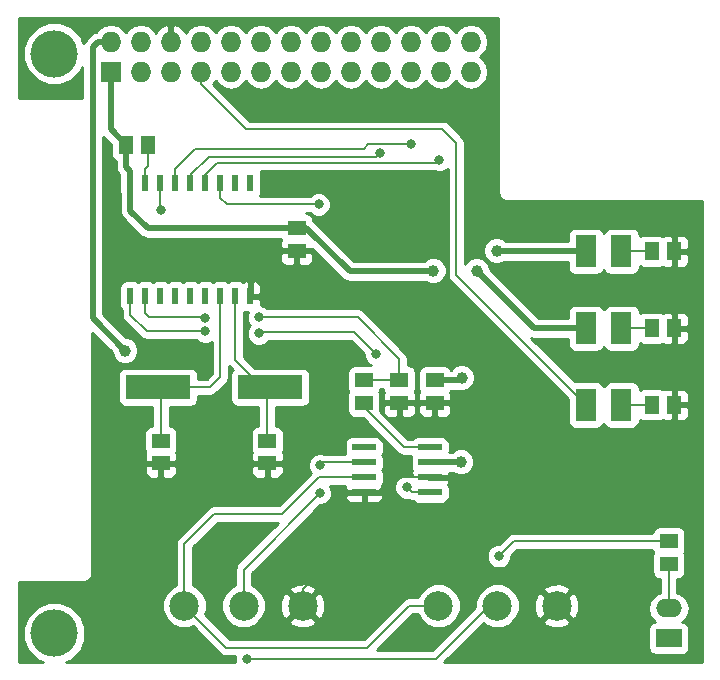
<source format=gtl>
G04 #@! TF.FileFunction,Copper,L1,Top,Signal*
%FSLAX46Y46*%
G04 Gerber Fmt 4.6, Leading zero omitted, Abs format (unit mm)*
G04 Created by KiCad (PCBNEW 4.0.7) date 10/10/18 21:00:25*
%MOMM*%
%LPD*%
G01*
G04 APERTURE LIST*
%ADD10C,0.150000*%
%ADD11R,1.727200X1.727200*%
%ADD12O,1.727200X1.727200*%
%ADD13R,1.498600X1.300480*%
%ADD14C,2.500000*%
%ADD15R,2.199640X1.524000*%
%ADD16O,2.199640X1.524000*%
%ADD17R,1.795780X2.697480*%
%ADD18R,1.300480X1.498600*%
%ADD19R,0.551180X1.430020*%
%ADD20R,1.998980X0.599440*%
%ADD21R,5.499100X1.998980*%
%ADD22C,4.000000*%
%ADD23C,4.000500*%
%ADD24C,1.000000*%
%ADD25C,0.800000*%
%ADD26C,0.500000*%
%ADD27C,0.200000*%
%ADD28C,0.254000*%
G04 APERTURE END LIST*
D10*
D11*
X145755360Y-130279140D03*
D12*
X145755360Y-127739140D03*
X148295360Y-130279140D03*
X148295360Y-127739140D03*
X150835360Y-130279140D03*
X150835360Y-127739140D03*
X153375360Y-130279140D03*
X153375360Y-127739140D03*
X155915360Y-130279140D03*
X155915360Y-127739140D03*
X158455360Y-130279140D03*
X158455360Y-127739140D03*
X160995360Y-130279140D03*
X160995360Y-127739140D03*
X163535360Y-130279140D03*
X163535360Y-127739140D03*
X166075360Y-130279140D03*
X166075360Y-127739140D03*
X168615360Y-130279140D03*
X168615360Y-127739140D03*
X171155360Y-130279140D03*
X171155360Y-127739140D03*
X173695360Y-130279140D03*
X173695360Y-127739140D03*
X176235360Y-130279140D03*
X176235360Y-127739140D03*
D13*
X161500000Y-145452500D03*
X161500000Y-143547500D03*
X159000000Y-161547500D03*
X159000000Y-163452500D03*
X150000000Y-161547500D03*
X150000000Y-163452500D03*
X173191400Y-158333500D03*
X173191400Y-156428500D03*
D14*
X162000000Y-175500000D03*
X152000000Y-175500000D03*
X157000000Y-175500000D03*
X183500000Y-175500000D03*
X173500000Y-175500000D03*
X178500000Y-175500000D03*
D15*
X193000000Y-178270000D03*
D16*
X193000000Y-175730000D03*
D17*
X188998600Y-145500000D03*
X186001400Y-145500000D03*
X188998600Y-152000000D03*
X186001400Y-152000000D03*
X188998600Y-158500000D03*
X186001400Y-158500000D03*
D18*
X147047500Y-136500000D03*
X148952500Y-136500000D03*
D13*
X170191400Y-156428500D03*
X170191400Y-158333500D03*
X167191400Y-158333500D03*
X167191400Y-156428500D03*
X193000000Y-170047500D03*
X193000000Y-171952500D03*
D18*
X191547500Y-145500000D03*
X193452500Y-145500000D03*
X191547500Y-152000000D03*
X193452500Y-152000000D03*
X191547500Y-158500000D03*
X193452500Y-158500000D03*
D19*
X147420000Y-149310760D03*
X148690000Y-149310760D03*
X149960000Y-149310760D03*
X151230000Y-149310760D03*
X152500000Y-149310760D03*
X153770000Y-149310760D03*
X155040000Y-149310760D03*
X156310000Y-149310760D03*
X157580000Y-149310760D03*
X157580000Y-139689240D03*
X156310000Y-139689240D03*
X155040000Y-139689240D03*
X153770000Y-139689240D03*
X152500000Y-139689240D03*
X151230000Y-139689240D03*
X149960000Y-139689240D03*
X148690000Y-139689240D03*
X147420000Y-139689240D03*
D20*
X172794000Y-165905000D03*
X172794000Y-164635000D03*
X172794000Y-163365000D03*
X172794000Y-162095000D03*
X167206000Y-162095000D03*
X167206000Y-163365000D03*
X167206000Y-164635000D03*
X167206000Y-165905000D03*
D21*
X149750200Y-157000000D03*
X159249800Y-157000000D03*
D22*
X140975000Y-128750000D03*
D23*
X140975000Y-177850000D03*
D24*
X178425000Y-145450000D03*
X146964400Y-153898600D03*
X175463200Y-156184600D03*
X175412400Y-163322000D03*
X173050000Y-147125000D03*
X176750000Y-147125000D03*
D25*
X163347400Y-141528800D03*
X170815000Y-165481000D03*
X168249600Y-154203400D03*
X158292800Y-152450800D03*
X153771600Y-152273000D03*
X168579800Y-137160000D03*
X171145200Y-136448800D03*
X173558200Y-137744200D03*
X149987000Y-142036800D03*
X178612800Y-171323000D03*
X157276800Y-179984400D03*
X163474400Y-165963600D03*
X163474400Y-163601400D03*
X153746200Y-151130000D03*
X158292800Y-151053800D03*
D26*
X178475000Y-145500000D02*
X186001400Y-145500000D01*
X178425000Y-145450000D02*
X178475000Y-145500000D01*
X145755360Y-127739140D02*
X144701260Y-127739140D01*
X144246600Y-151180800D02*
X146964400Y-153898600D01*
X144246600Y-128193800D02*
X144246600Y-151180800D01*
X144701260Y-127739140D02*
X144246600Y-128193800D01*
X172794000Y-163365000D02*
X175369400Y-163365000D01*
X175219300Y-156428500D02*
X173191400Y-156428500D01*
X175463200Y-156184600D02*
X175219300Y-156428500D01*
X175369400Y-163365000D02*
X175412400Y-163322000D01*
D27*
X167206000Y-165905000D02*
X168395000Y-165905000D01*
X169665000Y-164635000D02*
X172794000Y-164635000D01*
X168395000Y-165905000D02*
X169665000Y-164635000D01*
X173191400Y-158333500D02*
X176265900Y-158333500D01*
X176606200Y-158673800D02*
X176606200Y-166370000D01*
X176265900Y-158333500D02*
X176606200Y-158673800D01*
X173191400Y-158333500D02*
X170191400Y-158333500D01*
X193452500Y-145500000D02*
X193452500Y-152000000D01*
X193452500Y-158500000D02*
X193452500Y-152000000D01*
X172794000Y-164635000D02*
X174871200Y-164635000D01*
X174871200Y-164635000D02*
X176606200Y-166370000D01*
X176606200Y-166370000D02*
X176606200Y-172186600D01*
X162000000Y-175500000D02*
X162000000Y-174118200D01*
X180339000Y-172339000D02*
X183500000Y-175500000D01*
X163779200Y-172339000D02*
X180339000Y-172339000D01*
X162000000Y-174118200D02*
X163779200Y-172339000D01*
X150000000Y-163452500D02*
X159000000Y-163452500D01*
X161500000Y-145452500D02*
X161500000Y-147465600D01*
X159654840Y-149310760D02*
X157580000Y-149310760D01*
X161500000Y-147465600D02*
X159654840Y-149310760D01*
D26*
X186001400Y-152000000D02*
X181625000Y-152000000D01*
X162322500Y-143547500D02*
X161500000Y-143547500D01*
X165975000Y-147200000D02*
X162322500Y-143547500D01*
X172975000Y-147200000D02*
X165975000Y-147200000D01*
X173050000Y-147125000D02*
X172975000Y-147200000D01*
X181625000Y-152000000D02*
X176750000Y-147125000D01*
X161500000Y-143547500D02*
X148881500Y-143547500D01*
X147420000Y-142086000D02*
X147420000Y-139689240D01*
X148881500Y-143547500D02*
X147420000Y-142086000D01*
X147047500Y-136500000D02*
X147047500Y-136455700D01*
X147047500Y-136455700D02*
X145755360Y-135163560D01*
X145755360Y-135163560D02*
X145755360Y-130279140D01*
X147047500Y-136500000D02*
X147047500Y-138335300D01*
X147420000Y-138707800D02*
X147420000Y-139689240D01*
X147047500Y-138335300D02*
X147420000Y-138707800D01*
D27*
X153375360Y-130279140D02*
X153375360Y-131328160D01*
X175006000Y-147504600D02*
X186001400Y-158500000D01*
X175006000Y-136321800D02*
X175006000Y-147504600D01*
X173837600Y-135153400D02*
X175006000Y-136321800D01*
X157200600Y-135153400D02*
X173837600Y-135153400D01*
X153375360Y-131328160D02*
X157200600Y-135153400D01*
X186001400Y-158500000D02*
X185347800Y-158500000D01*
X153375360Y-130279140D02*
X153375360Y-130896360D01*
X155040000Y-139689240D02*
X155040000Y-140968400D01*
X155600400Y-141528800D02*
X163347400Y-141528800D01*
X155040000Y-140968400D02*
X155600400Y-141528800D01*
X147420000Y-149310760D02*
X147420000Y-150874400D01*
X171239000Y-165905000D02*
X172794000Y-165905000D01*
X170815000Y-165481000D02*
X171239000Y-165905000D01*
X166370000Y-152323800D02*
X168249600Y-154203400D01*
X158419800Y-152323800D02*
X166370000Y-152323800D01*
X158292800Y-152450800D02*
X158419800Y-152323800D01*
X148818600Y-152273000D02*
X153771600Y-152273000D01*
X147420000Y-150874400D02*
X148818600Y-152273000D01*
X152500000Y-139689240D02*
X152500000Y-139066600D01*
X152500000Y-139066600D02*
X154076400Y-137490200D01*
X154076400Y-137490200D02*
X168249600Y-137490200D01*
X168249600Y-137490200D02*
X168579800Y-137160000D01*
X151230000Y-139689240D02*
X151230000Y-138482400D01*
X167513000Y-136448800D02*
X171145200Y-136448800D01*
X167157400Y-136804400D02*
X167513000Y-136448800D01*
X152908000Y-136804400D02*
X167157400Y-136804400D01*
X151230000Y-138482400D02*
X152908000Y-136804400D01*
X153770000Y-139689240D02*
X153770000Y-139015800D01*
X153770000Y-139015800D02*
X154787600Y-137998200D01*
X154787600Y-137998200D02*
X173304200Y-137998200D01*
X173304200Y-137998200D02*
X173558200Y-137744200D01*
X149987000Y-142036800D02*
X149960000Y-142009800D01*
X149960000Y-142009800D02*
X149960000Y-139689240D01*
X159000000Y-161547500D02*
X159000000Y-157249800D01*
X159000000Y-157249800D02*
X159249800Y-157000000D01*
X159249800Y-157000000D02*
X158600200Y-157000000D01*
X158600200Y-157000000D02*
X156310000Y-154709800D01*
X156310000Y-154709800D02*
X156310000Y-149310760D01*
X150000000Y-161547500D02*
X150000000Y-157249800D01*
X150000000Y-157249800D02*
X149750200Y-157000000D01*
X155040000Y-149310760D02*
X155040000Y-156135400D01*
X154175400Y-157000000D02*
X149750200Y-157000000D01*
X155040000Y-156135400D02*
X154175400Y-157000000D01*
X193000000Y-170047500D02*
X179888300Y-170047500D01*
X179888300Y-170047500D02*
X178612800Y-171323000D01*
X173500000Y-175500000D02*
X171006800Y-175500000D01*
X155544600Y-179044600D02*
X152000000Y-175500000D01*
X167462200Y-179044600D02*
X155544600Y-179044600D01*
X171006800Y-175500000D02*
X167462200Y-179044600D01*
X167206000Y-164635000D02*
X163380600Y-164635000D01*
X152000000Y-170249800D02*
X152000000Y-175500000D01*
X154508200Y-167741600D02*
X152000000Y-170249800D01*
X160274000Y-167741600D02*
X154508200Y-167741600D01*
X163380600Y-164635000D02*
X160274000Y-167741600D01*
X178500000Y-175500000D02*
X177763200Y-175500000D01*
X177763200Y-175500000D02*
X173278800Y-179984400D01*
X173278800Y-179984400D02*
X157276800Y-179984400D01*
X167206000Y-163365000D02*
X163710800Y-163365000D01*
X157000000Y-172438000D02*
X157000000Y-175500000D01*
X163474400Y-165963600D02*
X157000000Y-172438000D01*
X163710800Y-163365000D02*
X163474400Y-163601400D01*
X193000000Y-175730000D02*
X193000000Y-171952500D01*
X191547500Y-145500000D02*
X188998600Y-145500000D01*
X191547500Y-152000000D02*
X188998600Y-152000000D01*
X191547500Y-158500000D02*
X188998600Y-158500000D01*
X148952500Y-136500000D02*
X148952500Y-138284500D01*
X148690000Y-138547000D02*
X148690000Y-139689240D01*
X148952500Y-138284500D02*
X148690000Y-138547000D01*
X170191400Y-156428500D02*
X170191400Y-154595800D01*
X148690000Y-150722000D02*
X148690000Y-149310760D01*
X149021800Y-151053800D02*
X148690000Y-150722000D01*
X153670000Y-151053800D02*
X149021800Y-151053800D01*
X153746200Y-151130000D02*
X153670000Y-151053800D01*
X166649400Y-151053800D02*
X158292800Y-151053800D01*
X170191400Y-154595800D02*
X166649400Y-151053800D01*
X170191400Y-156428500D02*
X167191400Y-156428500D01*
X167191400Y-158333500D02*
X167191400Y-158707800D01*
X167191400Y-158707800D02*
X170578600Y-162095000D01*
X170578600Y-162095000D02*
X172794000Y-162095000D01*
D28*
G36*
X178540000Y-140500000D02*
X178594046Y-140771705D01*
X178747954Y-141002046D01*
X178978295Y-141155954D01*
X179250000Y-141210000D01*
X195790000Y-141210000D01*
X195790000Y-180290000D01*
X174012646Y-180290000D01*
X177318295Y-176984352D01*
X177430839Y-177097093D01*
X178123405Y-177384672D01*
X178873305Y-177385326D01*
X179566372Y-177098957D01*
X179832472Y-176833320D01*
X182346285Y-176833320D01*
X182475533Y-177126123D01*
X183175806Y-177394388D01*
X183925435Y-177374250D01*
X184524467Y-177126123D01*
X184653715Y-176833320D01*
X183500000Y-175679605D01*
X182346285Y-176833320D01*
X179832472Y-176833320D01*
X180097093Y-176569161D01*
X180384672Y-175876595D01*
X180385283Y-175175806D01*
X181605612Y-175175806D01*
X181625750Y-175925435D01*
X181873877Y-176524467D01*
X182166680Y-176653715D01*
X183320395Y-175500000D01*
X183679605Y-175500000D01*
X184833320Y-176653715D01*
X185126123Y-176524467D01*
X185394388Y-175824194D01*
X185374250Y-175074565D01*
X185126123Y-174475533D01*
X184833320Y-174346285D01*
X183679605Y-175500000D01*
X183320395Y-175500000D01*
X182166680Y-174346285D01*
X181873877Y-174475533D01*
X181605612Y-175175806D01*
X180385283Y-175175806D01*
X180385326Y-175126695D01*
X180098957Y-174433628D01*
X179832475Y-174166680D01*
X182346285Y-174166680D01*
X183500000Y-175320395D01*
X184653715Y-174166680D01*
X184524467Y-173873877D01*
X183824194Y-173605612D01*
X183074565Y-173625750D01*
X182475533Y-173873877D01*
X182346285Y-174166680D01*
X179832475Y-174166680D01*
X179569161Y-173902907D01*
X178876595Y-173615328D01*
X178126695Y-173614674D01*
X177433628Y-173901043D01*
X176902907Y-174430839D01*
X176615328Y-175123405D01*
X176614905Y-175608849D01*
X172974354Y-179249400D01*
X168296846Y-179249400D01*
X171311247Y-176235000D01*
X171764123Y-176235000D01*
X171901043Y-176566372D01*
X172430839Y-177097093D01*
X173123405Y-177384672D01*
X173873305Y-177385326D01*
X174566372Y-177098957D01*
X175097093Y-176569161D01*
X175384672Y-175876595D01*
X175385326Y-175126695D01*
X175098957Y-174433628D01*
X174569161Y-173902907D01*
X173876595Y-173615328D01*
X173126695Y-173614674D01*
X172433628Y-173901043D01*
X171902907Y-174430839D01*
X171764151Y-174765000D01*
X171006800Y-174765000D01*
X170772194Y-174811667D01*
X170725527Y-174820949D01*
X170487076Y-174980277D01*
X167157754Y-178309600D01*
X155849047Y-178309600D01*
X153747174Y-176207727D01*
X153884672Y-175876595D01*
X153885326Y-175126695D01*
X153598957Y-174433628D01*
X153069161Y-173902907D01*
X152735000Y-173764151D01*
X152735000Y-170554246D01*
X154812647Y-168476600D01*
X159921953Y-168476600D01*
X156480277Y-171918277D01*
X156320949Y-172156728D01*
X156265000Y-172438000D01*
X156265000Y-173764123D01*
X155933628Y-173901043D01*
X155402907Y-174430839D01*
X155115328Y-175123405D01*
X155114674Y-175873305D01*
X155401043Y-176566372D01*
X155930839Y-177097093D01*
X156623405Y-177384672D01*
X157373305Y-177385326D01*
X158066372Y-177098957D01*
X158332472Y-176833320D01*
X160846285Y-176833320D01*
X160975533Y-177126123D01*
X161675806Y-177394388D01*
X162425435Y-177374250D01*
X163024467Y-177126123D01*
X163153715Y-176833320D01*
X162000000Y-175679605D01*
X160846285Y-176833320D01*
X158332472Y-176833320D01*
X158597093Y-176569161D01*
X158884672Y-175876595D01*
X158885283Y-175175806D01*
X160105612Y-175175806D01*
X160125750Y-175925435D01*
X160373877Y-176524467D01*
X160666680Y-176653715D01*
X161820395Y-175500000D01*
X162179605Y-175500000D01*
X163333320Y-176653715D01*
X163626123Y-176524467D01*
X163894388Y-175824194D01*
X163874250Y-175074565D01*
X163626123Y-174475533D01*
X163333320Y-174346285D01*
X162179605Y-175500000D01*
X161820395Y-175500000D01*
X160666680Y-174346285D01*
X160373877Y-174475533D01*
X160105612Y-175175806D01*
X158885283Y-175175806D01*
X158885326Y-175126695D01*
X158598957Y-174433628D01*
X158332475Y-174166680D01*
X160846285Y-174166680D01*
X162000000Y-175320395D01*
X163153715Y-174166680D01*
X163024467Y-173873877D01*
X162324194Y-173605612D01*
X161574565Y-173625750D01*
X160975533Y-173873877D01*
X160846285Y-174166680D01*
X158332475Y-174166680D01*
X158069161Y-173902907D01*
X157735000Y-173764151D01*
X157735000Y-172742446D01*
X158949475Y-171527971D01*
X177577621Y-171527971D01*
X177734858Y-171908515D01*
X178025754Y-172199919D01*
X178406023Y-172357820D01*
X178817771Y-172358179D01*
X179198315Y-172200942D01*
X179489719Y-171910046D01*
X179647620Y-171529777D01*
X179647796Y-171327450D01*
X180192747Y-170782500D01*
X191619209Y-170782500D01*
X191647538Y-170933057D01*
X191689679Y-170998546D01*
X191654269Y-171050370D01*
X191603260Y-171302260D01*
X191603260Y-172602740D01*
X191647538Y-172838057D01*
X191786610Y-173054181D01*
X191998810Y-173199171D01*
X192250700Y-173250180D01*
X192265000Y-173250180D01*
X192265000Y-174405243D01*
X192093584Y-174439340D01*
X191640365Y-174742172D01*
X191337533Y-175195391D01*
X191231193Y-175730000D01*
X191337533Y-176264609D01*
X191640365Y-176717828D01*
X191864130Y-176867343D01*
X191664863Y-176904838D01*
X191448739Y-177043910D01*
X191303749Y-177256110D01*
X191252740Y-177508000D01*
X191252740Y-179032000D01*
X191297018Y-179267317D01*
X191436090Y-179483441D01*
X191648290Y-179628431D01*
X191900180Y-179679440D01*
X194099820Y-179679440D01*
X194335137Y-179635162D01*
X194551261Y-179496090D01*
X194696251Y-179283890D01*
X194747260Y-179032000D01*
X194747260Y-177508000D01*
X194702982Y-177272683D01*
X194563910Y-177056559D01*
X194351710Y-176911569D01*
X194135276Y-176867740D01*
X194359635Y-176717828D01*
X194662467Y-176264609D01*
X194768807Y-175730000D01*
X194662467Y-175195391D01*
X194359635Y-174742172D01*
X193906416Y-174439340D01*
X193735000Y-174405243D01*
X193735000Y-173250180D01*
X193749300Y-173250180D01*
X193984617Y-173205902D01*
X194200741Y-173066830D01*
X194345731Y-172854630D01*
X194396740Y-172602740D01*
X194396740Y-171302260D01*
X194352462Y-171066943D01*
X194310321Y-171001454D01*
X194345731Y-170949630D01*
X194396740Y-170697740D01*
X194396740Y-169397260D01*
X194352462Y-169161943D01*
X194213390Y-168945819D01*
X194001190Y-168800829D01*
X193749300Y-168749820D01*
X192250700Y-168749820D01*
X192015383Y-168794098D01*
X191799259Y-168933170D01*
X191654269Y-169145370D01*
X191620424Y-169312500D01*
X179888300Y-169312500D01*
X179653694Y-169359167D01*
X179607027Y-169368449D01*
X179368576Y-169527777D01*
X178608358Y-170287996D01*
X178407829Y-170287821D01*
X178027285Y-170445058D01*
X177735881Y-170735954D01*
X177577980Y-171116223D01*
X177577621Y-171527971D01*
X158949475Y-171527971D01*
X163478843Y-166998604D01*
X163679371Y-166998779D01*
X164059915Y-166841542D01*
X164351319Y-166550646D01*
X164500760Y-166190750D01*
X165571510Y-166190750D01*
X165571510Y-166331029D01*
X165668183Y-166564418D01*
X165846811Y-166743047D01*
X166080200Y-166839720D01*
X166920250Y-166839720D01*
X167079000Y-166680970D01*
X167079000Y-166032000D01*
X167333000Y-166032000D01*
X167333000Y-166680970D01*
X167491750Y-166839720D01*
X168331800Y-166839720D01*
X168565189Y-166743047D01*
X168743817Y-166564418D01*
X168840490Y-166331029D01*
X168840490Y-166190750D01*
X168681740Y-166032000D01*
X167333000Y-166032000D01*
X167079000Y-166032000D01*
X165730260Y-166032000D01*
X165571510Y-166190750D01*
X164500760Y-166190750D01*
X164509220Y-166170377D01*
X164509579Y-165758629D01*
X164352342Y-165378085D01*
X164344271Y-165370000D01*
X165616647Y-165370000D01*
X165571510Y-165478971D01*
X165571510Y-165619250D01*
X165730260Y-165778000D01*
X167079000Y-165778000D01*
X167079000Y-165758000D01*
X167333000Y-165758000D01*
X167333000Y-165778000D01*
X168681740Y-165778000D01*
X168840490Y-165619250D01*
X168840490Y-165478971D01*
X168750539Y-165261810D01*
X168801921Y-165186610D01*
X168852930Y-164934720D01*
X168852930Y-164335280D01*
X168808652Y-164099963D01*
X168744626Y-164000464D01*
X168801921Y-163916610D01*
X168852930Y-163664720D01*
X168852930Y-163065280D01*
X168808652Y-162829963D01*
X168744626Y-162730464D01*
X168801921Y-162646610D01*
X168852930Y-162394720D01*
X168852930Y-161795280D01*
X168808652Y-161559963D01*
X168669580Y-161343839D01*
X168457380Y-161198849D01*
X168205490Y-161147840D01*
X166206510Y-161147840D01*
X165971193Y-161192118D01*
X165755069Y-161331190D01*
X165610079Y-161543390D01*
X165559070Y-161795280D01*
X165559070Y-162394720D01*
X165603341Y-162630000D01*
X163833910Y-162630000D01*
X163681177Y-162566580D01*
X163269429Y-162566221D01*
X162888885Y-162723458D01*
X162597481Y-163014354D01*
X162439580Y-163394623D01*
X162439221Y-163806371D01*
X162596458Y-164186915D01*
X162692764Y-164283389D01*
X159969554Y-167006600D01*
X154508200Y-167006600D01*
X154273594Y-167053267D01*
X154226927Y-167062549D01*
X153988476Y-167221877D01*
X151480277Y-169730077D01*
X151320949Y-169968528D01*
X151265000Y-170249800D01*
X151265000Y-173764123D01*
X150933628Y-173901043D01*
X150402907Y-174430839D01*
X150115328Y-175123405D01*
X150114674Y-175873305D01*
X150401043Y-176566372D01*
X150930839Y-177097093D01*
X151623405Y-177384672D01*
X152373305Y-177385326D01*
X152707708Y-177247154D01*
X155024876Y-179564323D01*
X155263327Y-179723651D01*
X155309994Y-179732933D01*
X155544600Y-179779600D01*
X156241978Y-179779600D01*
X156241621Y-180189371D01*
X156283200Y-180290000D01*
X141970531Y-180290000D01*
X142465799Y-180085359D01*
X143207754Y-179344698D01*
X143609792Y-178376483D01*
X143610707Y-177328116D01*
X143210359Y-176359201D01*
X142469698Y-175617246D01*
X141501483Y-175215208D01*
X140453116Y-175214293D01*
X139484201Y-175614641D01*
X138742246Y-176355302D01*
X138340208Y-177323517D01*
X138339293Y-178371884D01*
X138739641Y-179340799D01*
X139480302Y-180082754D01*
X139979406Y-180290000D01*
X137960000Y-180290000D01*
X137960000Y-173460000D01*
X143500000Y-173460000D01*
X143771705Y-173405954D01*
X144002046Y-173252046D01*
X144155954Y-173021705D01*
X144210000Y-172750000D01*
X144210000Y-163738250D01*
X148615700Y-163738250D01*
X148615700Y-164229049D01*
X148712373Y-164462438D01*
X148891001Y-164641067D01*
X149124390Y-164737740D01*
X149714250Y-164737740D01*
X149873000Y-164578990D01*
X149873000Y-163579500D01*
X150127000Y-163579500D01*
X150127000Y-164578990D01*
X150285750Y-164737740D01*
X150875610Y-164737740D01*
X151108999Y-164641067D01*
X151287627Y-164462438D01*
X151384300Y-164229049D01*
X151384300Y-163738250D01*
X157615700Y-163738250D01*
X157615700Y-164229049D01*
X157712373Y-164462438D01*
X157891001Y-164641067D01*
X158124390Y-164737740D01*
X158714250Y-164737740D01*
X158873000Y-164578990D01*
X158873000Y-163579500D01*
X159127000Y-163579500D01*
X159127000Y-164578990D01*
X159285750Y-164737740D01*
X159875610Y-164737740D01*
X160108999Y-164641067D01*
X160287627Y-164462438D01*
X160384300Y-164229049D01*
X160384300Y-163738250D01*
X160225550Y-163579500D01*
X159127000Y-163579500D01*
X158873000Y-163579500D01*
X157774450Y-163579500D01*
X157615700Y-163738250D01*
X151384300Y-163738250D01*
X151225550Y-163579500D01*
X150127000Y-163579500D01*
X149873000Y-163579500D01*
X148774450Y-163579500D01*
X148615700Y-163738250D01*
X144210000Y-163738250D01*
X144210000Y-156000510D01*
X146353210Y-156000510D01*
X146353210Y-157999490D01*
X146397488Y-158234807D01*
X146536560Y-158450931D01*
X146748760Y-158595921D01*
X147000650Y-158646930D01*
X149265000Y-158646930D01*
X149265000Y-160249820D01*
X149250700Y-160249820D01*
X149015383Y-160294098D01*
X148799259Y-160433170D01*
X148654269Y-160645370D01*
X148603260Y-160897260D01*
X148603260Y-162197740D01*
X148647538Y-162433057D01*
X148689378Y-162498078D01*
X148615700Y-162675951D01*
X148615700Y-163166750D01*
X148774450Y-163325500D01*
X149873000Y-163325500D01*
X149873000Y-163305500D01*
X150127000Y-163305500D01*
X150127000Y-163325500D01*
X151225550Y-163325500D01*
X151384300Y-163166750D01*
X151384300Y-162675951D01*
X151311379Y-162499905D01*
X151345731Y-162449630D01*
X151396740Y-162197740D01*
X151396740Y-160897260D01*
X151352462Y-160661943D01*
X151213390Y-160445819D01*
X151001190Y-160300829D01*
X150749300Y-160249820D01*
X150735000Y-160249820D01*
X150735000Y-158646930D01*
X152499750Y-158646930D01*
X152735067Y-158602652D01*
X152951191Y-158463580D01*
X153096181Y-158251380D01*
X153147190Y-157999490D01*
X153147190Y-157735000D01*
X154175400Y-157735000D01*
X154456672Y-157679051D01*
X154695123Y-157519723D01*
X155559723Y-156655124D01*
X155719051Y-156416672D01*
X155720502Y-156409375D01*
X155775000Y-156135400D01*
X155775000Y-155206659D01*
X155790277Y-155229523D01*
X156078237Y-155517483D01*
X156048809Y-155536420D01*
X155903819Y-155748620D01*
X155852810Y-156000510D01*
X155852810Y-157999490D01*
X155897088Y-158234807D01*
X156036160Y-158450931D01*
X156248360Y-158595921D01*
X156500250Y-158646930D01*
X158265000Y-158646930D01*
X158265000Y-160249820D01*
X158250700Y-160249820D01*
X158015383Y-160294098D01*
X157799259Y-160433170D01*
X157654269Y-160645370D01*
X157603260Y-160897260D01*
X157603260Y-162197740D01*
X157647538Y-162433057D01*
X157689378Y-162498078D01*
X157615700Y-162675951D01*
X157615700Y-163166750D01*
X157774450Y-163325500D01*
X158873000Y-163325500D01*
X158873000Y-163305500D01*
X159127000Y-163305500D01*
X159127000Y-163325500D01*
X160225550Y-163325500D01*
X160384300Y-163166750D01*
X160384300Y-162675951D01*
X160311379Y-162499905D01*
X160345731Y-162449630D01*
X160396740Y-162197740D01*
X160396740Y-160897260D01*
X160352462Y-160661943D01*
X160213390Y-160445819D01*
X160001190Y-160300829D01*
X159749300Y-160249820D01*
X159735000Y-160249820D01*
X159735000Y-158646930D01*
X161999350Y-158646930D01*
X162234667Y-158602652D01*
X162450791Y-158463580D01*
X162595781Y-158251380D01*
X162646790Y-157999490D01*
X162646790Y-156000510D01*
X162602512Y-155765193D01*
X162463440Y-155549069D01*
X162251240Y-155404079D01*
X161999350Y-155353070D01*
X157992717Y-155353070D01*
X157045000Y-154405354D01*
X157045000Y-150605638D01*
X157178101Y-150660770D01*
X157294250Y-150660770D01*
X157364481Y-150590539D01*
X157257980Y-150847023D01*
X157257621Y-151258771D01*
X157414858Y-151639315D01*
X157527588Y-151752242D01*
X157415881Y-151863754D01*
X157257980Y-152244023D01*
X157257621Y-152655771D01*
X157414858Y-153036315D01*
X157705754Y-153327719D01*
X158086023Y-153485620D01*
X158497771Y-153485979D01*
X158878315Y-153328742D01*
X159148728Y-153058800D01*
X166065554Y-153058800D01*
X167214596Y-154207843D01*
X167214421Y-154408371D01*
X167371658Y-154788915D01*
X167662554Y-155080319D01*
X167784174Y-155130820D01*
X166442100Y-155130820D01*
X166206783Y-155175098D01*
X165990659Y-155314170D01*
X165845669Y-155526370D01*
X165794660Y-155778260D01*
X165794660Y-157078740D01*
X165838938Y-157314057D01*
X165881079Y-157379546D01*
X165845669Y-157431370D01*
X165794660Y-157683260D01*
X165794660Y-158983740D01*
X165838938Y-159219057D01*
X165978010Y-159435181D01*
X166190210Y-159580171D01*
X166442100Y-159631180D01*
X167075334Y-159631180D01*
X170058876Y-162614723D01*
X170153929Y-162678235D01*
X170297328Y-162774051D01*
X170578600Y-162830000D01*
X171194715Y-162830000D01*
X171147070Y-163065280D01*
X171147070Y-163664720D01*
X171191348Y-163900037D01*
X171249830Y-163990920D01*
X171159510Y-164208971D01*
X171159510Y-164349250D01*
X171318258Y-164507998D01*
X171170652Y-164507998D01*
X171021777Y-164446180D01*
X170610029Y-164445821D01*
X170229485Y-164603058D01*
X169938081Y-164893954D01*
X169780180Y-165274223D01*
X169779821Y-165685971D01*
X169937058Y-166066515D01*
X170227954Y-166357919D01*
X170608223Y-166515820D01*
X170855936Y-166516036D01*
X170907734Y-166550646D01*
X170957728Y-166584051D01*
X171239000Y-166640000D01*
X171320021Y-166640000D01*
X171330420Y-166656161D01*
X171542620Y-166801151D01*
X171794510Y-166852160D01*
X173793490Y-166852160D01*
X174028807Y-166807882D01*
X174244931Y-166668810D01*
X174389921Y-166456610D01*
X174440930Y-166204720D01*
X174440930Y-165605280D01*
X174396652Y-165369963D01*
X174338170Y-165279080D01*
X174428490Y-165061029D01*
X174428490Y-164920750D01*
X174269740Y-164762000D01*
X172921000Y-164762000D01*
X172921000Y-164782000D01*
X172667000Y-164782000D01*
X172667000Y-164762000D01*
X172647000Y-164762000D01*
X172647000Y-164508000D01*
X172667000Y-164508000D01*
X172667000Y-164488000D01*
X172921000Y-164488000D01*
X172921000Y-164508000D01*
X174269740Y-164508000D01*
X174428490Y-164349250D01*
X174428490Y-164250000D01*
X174735049Y-164250000D01*
X174768635Y-164283645D01*
X175185644Y-164456803D01*
X175637175Y-164457197D01*
X176054486Y-164284767D01*
X176374045Y-163965765D01*
X176547203Y-163548756D01*
X176547597Y-163097225D01*
X176375167Y-162679914D01*
X176056165Y-162360355D01*
X175639156Y-162187197D01*
X175187625Y-162186803D01*
X174770314Y-162359233D01*
X174649336Y-162480000D01*
X174423660Y-162480000D01*
X174440930Y-162394720D01*
X174440930Y-161795280D01*
X174396652Y-161559963D01*
X174257580Y-161343839D01*
X174045380Y-161198849D01*
X173793490Y-161147840D01*
X171794510Y-161147840D01*
X171559193Y-161192118D01*
X171343069Y-161331190D01*
X171323384Y-161360000D01*
X170883047Y-161360000D01*
X168574440Y-159051394D01*
X168588140Y-158983740D01*
X168588140Y-158619250D01*
X168807100Y-158619250D01*
X168807100Y-159110049D01*
X168903773Y-159343438D01*
X169082401Y-159522067D01*
X169315790Y-159618740D01*
X169905650Y-159618740D01*
X170064400Y-159459990D01*
X170064400Y-158460500D01*
X170318400Y-158460500D01*
X170318400Y-159459990D01*
X170477150Y-159618740D01*
X171067010Y-159618740D01*
X171300399Y-159522067D01*
X171479027Y-159343438D01*
X171575700Y-159110049D01*
X171575700Y-158619250D01*
X171807100Y-158619250D01*
X171807100Y-159110049D01*
X171903773Y-159343438D01*
X172082401Y-159522067D01*
X172315790Y-159618740D01*
X172905650Y-159618740D01*
X173064400Y-159459990D01*
X173064400Y-158460500D01*
X173318400Y-158460500D01*
X173318400Y-159459990D01*
X173477150Y-159618740D01*
X174067010Y-159618740D01*
X174300399Y-159522067D01*
X174479027Y-159343438D01*
X174575700Y-159110049D01*
X174575700Y-158619250D01*
X174416950Y-158460500D01*
X173318400Y-158460500D01*
X173064400Y-158460500D01*
X171965850Y-158460500D01*
X171807100Y-158619250D01*
X171575700Y-158619250D01*
X171416950Y-158460500D01*
X170318400Y-158460500D01*
X170064400Y-158460500D01*
X168965850Y-158460500D01*
X168807100Y-158619250D01*
X168588140Y-158619250D01*
X168588140Y-157683260D01*
X168543862Y-157447943D01*
X168501721Y-157382454D01*
X168537131Y-157330630D01*
X168570976Y-157163500D01*
X168810609Y-157163500D01*
X168838938Y-157314057D01*
X168880778Y-157379078D01*
X168807100Y-157556951D01*
X168807100Y-158047750D01*
X168965850Y-158206500D01*
X170064400Y-158206500D01*
X170064400Y-158186500D01*
X170318400Y-158186500D01*
X170318400Y-158206500D01*
X171416950Y-158206500D01*
X171575700Y-158047750D01*
X171575700Y-157556951D01*
X171502779Y-157380905D01*
X171537131Y-157330630D01*
X171588140Y-157078740D01*
X171588140Y-155778260D01*
X171794660Y-155778260D01*
X171794660Y-157078740D01*
X171838938Y-157314057D01*
X171880778Y-157379078D01*
X171807100Y-157556951D01*
X171807100Y-158047750D01*
X171965850Y-158206500D01*
X173064400Y-158206500D01*
X173064400Y-158186500D01*
X173318400Y-158186500D01*
X173318400Y-158206500D01*
X174416950Y-158206500D01*
X174575700Y-158047750D01*
X174575700Y-157556951D01*
X174502779Y-157380905D01*
X174537131Y-157330630D01*
X174540600Y-157313500D01*
X175219295Y-157313500D01*
X175219300Y-157313501D01*
X175221281Y-157313107D01*
X175236444Y-157319403D01*
X175687975Y-157319797D01*
X176105286Y-157147367D01*
X176424845Y-156828365D01*
X176598003Y-156411356D01*
X176598397Y-155959825D01*
X176425967Y-155542514D01*
X176106965Y-155222955D01*
X175689956Y-155049797D01*
X175238425Y-155049403D01*
X174821114Y-155221833D01*
X174526489Y-155515945D01*
X174404790Y-155326819D01*
X174192590Y-155181829D01*
X173940700Y-155130820D01*
X172442100Y-155130820D01*
X172206783Y-155175098D01*
X171990659Y-155314170D01*
X171845669Y-155526370D01*
X171794660Y-155778260D01*
X171588140Y-155778260D01*
X171543862Y-155542943D01*
X171404790Y-155326819D01*
X171192590Y-155181829D01*
X170940700Y-155130820D01*
X170926400Y-155130820D01*
X170926400Y-154595800D01*
X170870451Y-154314528D01*
X170870451Y-154314527D01*
X170711123Y-154076076D01*
X167169123Y-150534077D01*
X166930672Y-150374749D01*
X166649400Y-150318800D01*
X159021518Y-150318800D01*
X158879846Y-150176881D01*
X158499577Y-150018980D01*
X158490590Y-150018972D01*
X158490590Y-149596510D01*
X158331840Y-149437760D01*
X157707000Y-149437760D01*
X157707000Y-149457760D01*
X157453000Y-149457760D01*
X157453000Y-149437760D01*
X157433000Y-149437760D01*
X157433000Y-149183760D01*
X157453000Y-149183760D01*
X157453000Y-148119500D01*
X157707000Y-148119500D01*
X157707000Y-149183760D01*
X158331840Y-149183760D01*
X158490590Y-149025010D01*
X158490590Y-148469440D01*
X158393917Y-148236051D01*
X158215288Y-148057423D01*
X157981899Y-147960750D01*
X157865750Y-147960750D01*
X157707000Y-148119500D01*
X157453000Y-148119500D01*
X157294250Y-147960750D01*
X157178101Y-147960750D01*
X156944712Y-148057423D01*
X156935703Y-148066432D01*
X156837480Y-147999319D01*
X156585590Y-147948310D01*
X156034410Y-147948310D01*
X155799093Y-147992588D01*
X155674740Y-148072607D01*
X155567480Y-147999319D01*
X155315590Y-147948310D01*
X154764410Y-147948310D01*
X154529093Y-147992588D01*
X154404740Y-148072607D01*
X154297480Y-147999319D01*
X154045590Y-147948310D01*
X153494410Y-147948310D01*
X153259093Y-147992588D01*
X153134740Y-148072607D01*
X153027480Y-147999319D01*
X152775590Y-147948310D01*
X152224410Y-147948310D01*
X151989093Y-147992588D01*
X151864740Y-148072607D01*
X151757480Y-147999319D01*
X151505590Y-147948310D01*
X150954410Y-147948310D01*
X150719093Y-147992588D01*
X150594740Y-148072607D01*
X150487480Y-147999319D01*
X150235590Y-147948310D01*
X149684410Y-147948310D01*
X149449093Y-147992588D01*
X149324740Y-148072607D01*
X149217480Y-147999319D01*
X148965590Y-147948310D01*
X148414410Y-147948310D01*
X148179093Y-147992588D01*
X148054740Y-148072607D01*
X147947480Y-147999319D01*
X147695590Y-147948310D01*
X147144410Y-147948310D01*
X146909093Y-147992588D01*
X146692969Y-148131660D01*
X146547979Y-148343860D01*
X146496970Y-148595750D01*
X146496970Y-150025770D01*
X146541248Y-150261087D01*
X146680320Y-150477211D01*
X146685000Y-150480409D01*
X146685000Y-150874400D01*
X146740949Y-151155672D01*
X146900277Y-151394123D01*
X148298876Y-152792723D01*
X148513056Y-152935833D01*
X148537328Y-152952051D01*
X148818600Y-153008000D01*
X153042882Y-153008000D01*
X153184554Y-153149919D01*
X153564823Y-153307820D01*
X153976571Y-153308179D01*
X154305000Y-153172475D01*
X154305000Y-155830953D01*
X153870954Y-156265000D01*
X153147190Y-156265000D01*
X153147190Y-156000510D01*
X153102912Y-155765193D01*
X152963840Y-155549069D01*
X152751640Y-155404079D01*
X152499750Y-155353070D01*
X147000650Y-155353070D01*
X146765333Y-155397348D01*
X146549209Y-155536420D01*
X146404219Y-155748620D01*
X146353210Y-156000510D01*
X144210000Y-156000510D01*
X144210000Y-152395780D01*
X145829297Y-154015077D01*
X145829203Y-154123375D01*
X146001633Y-154540686D01*
X146320635Y-154860245D01*
X146737644Y-155033403D01*
X147189175Y-155033797D01*
X147606486Y-154861367D01*
X147926045Y-154542365D01*
X148099203Y-154125356D01*
X148099597Y-153673825D01*
X147927167Y-153256514D01*
X147608165Y-152936955D01*
X147191156Y-152763797D01*
X147081080Y-152763701D01*
X145131600Y-150814220D01*
X145131600Y-145738250D01*
X160115700Y-145738250D01*
X160115700Y-146229049D01*
X160212373Y-146462438D01*
X160391001Y-146641067D01*
X160624390Y-146737740D01*
X161214250Y-146737740D01*
X161373000Y-146578990D01*
X161373000Y-145579500D01*
X161627000Y-145579500D01*
X161627000Y-146578990D01*
X161785750Y-146737740D01*
X162375610Y-146737740D01*
X162608999Y-146641067D01*
X162787627Y-146462438D01*
X162884300Y-146229049D01*
X162884300Y-145738250D01*
X162725550Y-145579500D01*
X161627000Y-145579500D01*
X161373000Y-145579500D01*
X160274450Y-145579500D01*
X160115700Y-145738250D01*
X145131600Y-145738250D01*
X145131600Y-135791380D01*
X145749820Y-136409600D01*
X145749820Y-137249300D01*
X145794098Y-137484617D01*
X145933170Y-137700741D01*
X146145370Y-137845731D01*
X146162500Y-137849200D01*
X146162500Y-138335295D01*
X146162499Y-138335300D01*
X146204610Y-138547000D01*
X146229867Y-138673975D01*
X146361920Y-138871607D01*
X146421710Y-138961090D01*
X146496970Y-139036350D01*
X146496970Y-140404250D01*
X146535000Y-140606362D01*
X146535000Y-142085995D01*
X146534999Y-142086000D01*
X146576393Y-142294098D01*
X146602367Y-142424675D01*
X146761275Y-142662499D01*
X146794210Y-142711790D01*
X148255708Y-144173287D01*
X148255710Y-144173290D01*
X148468090Y-144315197D01*
X148542825Y-144365133D01*
X148881500Y-144432501D01*
X148881505Y-144432500D01*
X160147433Y-144432500D01*
X160147538Y-144433057D01*
X160189378Y-144498078D01*
X160115700Y-144675951D01*
X160115700Y-145166750D01*
X160274450Y-145325500D01*
X161373000Y-145325500D01*
X161373000Y-145305500D01*
X161627000Y-145305500D01*
X161627000Y-145325500D01*
X162725550Y-145325500D01*
X162787235Y-145263815D01*
X165349208Y-147825787D01*
X165349210Y-147825790D01*
X165636325Y-148017633D01*
X165669958Y-148024323D01*
X165975000Y-148085001D01*
X165975005Y-148085000D01*
X172404593Y-148085000D01*
X172406235Y-148086645D01*
X172823244Y-148259803D01*
X173274775Y-148260197D01*
X173692086Y-148087767D01*
X174011645Y-147768765D01*
X174184803Y-147351756D01*
X174185197Y-146900225D01*
X174012767Y-146482914D01*
X173693765Y-146163355D01*
X173276756Y-145990197D01*
X172825225Y-145989803D01*
X172407914Y-146162233D01*
X172254880Y-146315000D01*
X166341579Y-146315000D01*
X162948290Y-142921710D01*
X162911698Y-142897260D01*
X162894589Y-142885828D01*
X162852462Y-142661943D01*
X162713390Y-142445819D01*
X162501190Y-142300829D01*
X162318335Y-142263800D01*
X162618682Y-142263800D01*
X162760354Y-142405719D01*
X163140623Y-142563620D01*
X163552371Y-142563979D01*
X163932915Y-142406742D01*
X164224319Y-142115846D01*
X164382220Y-141735577D01*
X164382579Y-141323829D01*
X164225342Y-140943285D01*
X163934446Y-140651881D01*
X163554177Y-140493980D01*
X163142429Y-140493621D01*
X162761885Y-140650858D01*
X162618693Y-140793800D01*
X158357962Y-140793800D01*
X158452021Y-140656140D01*
X158503030Y-140404250D01*
X158503030Y-138974230D01*
X158458752Y-138738913D01*
X158455076Y-138733200D01*
X173241076Y-138733200D01*
X173351423Y-138779020D01*
X173763171Y-138779379D01*
X174143715Y-138622142D01*
X174271000Y-138495079D01*
X174271000Y-147504600D01*
X174319971Y-147750790D01*
X174326949Y-147785872D01*
X174486277Y-148024323D01*
X184456070Y-157994117D01*
X184456070Y-159848740D01*
X184500348Y-160084057D01*
X184639420Y-160300181D01*
X184851620Y-160445171D01*
X185103510Y-160496180D01*
X186899290Y-160496180D01*
X187134607Y-160451902D01*
X187350731Y-160312830D01*
X187495721Y-160100630D01*
X187498711Y-160085864D01*
X187636620Y-160300181D01*
X187848820Y-160445171D01*
X188100710Y-160496180D01*
X189896490Y-160496180D01*
X190131807Y-160451902D01*
X190347931Y-160312830D01*
X190492921Y-160100630D01*
X190543930Y-159848740D01*
X190543930Y-159776420D01*
X190645370Y-159845731D01*
X190897260Y-159896740D01*
X192197740Y-159896740D01*
X192433057Y-159852462D01*
X192498078Y-159810622D01*
X192675951Y-159884300D01*
X193166750Y-159884300D01*
X193325500Y-159725550D01*
X193325500Y-158627000D01*
X193579500Y-158627000D01*
X193579500Y-159725550D01*
X193738250Y-159884300D01*
X194229049Y-159884300D01*
X194462438Y-159787627D01*
X194641067Y-159608999D01*
X194737740Y-159375610D01*
X194737740Y-158785750D01*
X194578990Y-158627000D01*
X193579500Y-158627000D01*
X193325500Y-158627000D01*
X193305500Y-158627000D01*
X193305500Y-158373000D01*
X193325500Y-158373000D01*
X193325500Y-157274450D01*
X193579500Y-157274450D01*
X193579500Y-158373000D01*
X194578990Y-158373000D01*
X194737740Y-158214250D01*
X194737740Y-157624390D01*
X194641067Y-157391001D01*
X194462438Y-157212373D01*
X194229049Y-157115700D01*
X193738250Y-157115700D01*
X193579500Y-157274450D01*
X193325500Y-157274450D01*
X193166750Y-157115700D01*
X192675951Y-157115700D01*
X192499905Y-157188621D01*
X192449630Y-157154269D01*
X192197740Y-157103260D01*
X190897260Y-157103260D01*
X190661943Y-157147538D01*
X190543930Y-157223477D01*
X190543930Y-157151260D01*
X190499652Y-156915943D01*
X190360580Y-156699819D01*
X190148380Y-156554829D01*
X189896490Y-156503820D01*
X188100710Y-156503820D01*
X187865393Y-156548098D01*
X187649269Y-156687170D01*
X187504279Y-156899370D01*
X187501289Y-156914136D01*
X187363380Y-156699819D01*
X187151180Y-156554829D01*
X186899290Y-156503820D01*
X185103510Y-156503820D01*
X185053986Y-156513139D01*
X181376396Y-152835550D01*
X181625000Y-152885001D01*
X181625005Y-152885000D01*
X184456070Y-152885000D01*
X184456070Y-153348740D01*
X184500348Y-153584057D01*
X184639420Y-153800181D01*
X184851620Y-153945171D01*
X185103510Y-153996180D01*
X186899290Y-153996180D01*
X187134607Y-153951902D01*
X187350731Y-153812830D01*
X187495721Y-153600630D01*
X187498711Y-153585864D01*
X187636620Y-153800181D01*
X187848820Y-153945171D01*
X188100710Y-153996180D01*
X189896490Y-153996180D01*
X190131807Y-153951902D01*
X190347931Y-153812830D01*
X190492921Y-153600630D01*
X190543930Y-153348740D01*
X190543930Y-153276420D01*
X190645370Y-153345731D01*
X190897260Y-153396740D01*
X192197740Y-153396740D01*
X192433057Y-153352462D01*
X192498078Y-153310622D01*
X192675951Y-153384300D01*
X193166750Y-153384300D01*
X193325500Y-153225550D01*
X193325500Y-152127000D01*
X193579500Y-152127000D01*
X193579500Y-153225550D01*
X193738250Y-153384300D01*
X194229049Y-153384300D01*
X194462438Y-153287627D01*
X194641067Y-153108999D01*
X194737740Y-152875610D01*
X194737740Y-152285750D01*
X194578990Y-152127000D01*
X193579500Y-152127000D01*
X193325500Y-152127000D01*
X193305500Y-152127000D01*
X193305500Y-151873000D01*
X193325500Y-151873000D01*
X193325500Y-150774450D01*
X193579500Y-150774450D01*
X193579500Y-151873000D01*
X194578990Y-151873000D01*
X194737740Y-151714250D01*
X194737740Y-151124390D01*
X194641067Y-150891001D01*
X194462438Y-150712373D01*
X194229049Y-150615700D01*
X193738250Y-150615700D01*
X193579500Y-150774450D01*
X193325500Y-150774450D01*
X193166750Y-150615700D01*
X192675951Y-150615700D01*
X192499905Y-150688621D01*
X192449630Y-150654269D01*
X192197740Y-150603260D01*
X190897260Y-150603260D01*
X190661943Y-150647538D01*
X190543930Y-150723477D01*
X190543930Y-150651260D01*
X190499652Y-150415943D01*
X190360580Y-150199819D01*
X190148380Y-150054829D01*
X189896490Y-150003820D01*
X188100710Y-150003820D01*
X187865393Y-150048098D01*
X187649269Y-150187170D01*
X187504279Y-150399370D01*
X187501289Y-150414136D01*
X187363380Y-150199819D01*
X187151180Y-150054829D01*
X186899290Y-150003820D01*
X185103510Y-150003820D01*
X184868193Y-150048098D01*
X184652069Y-150187170D01*
X184507079Y-150399370D01*
X184456070Y-150651260D01*
X184456070Y-151115000D01*
X181991579Y-151115000D01*
X177885103Y-147008523D01*
X177885197Y-146900225D01*
X177712767Y-146482914D01*
X177393765Y-146163355D01*
X176976756Y-145990197D01*
X176525225Y-145989803D01*
X176107914Y-146162233D01*
X175788355Y-146481235D01*
X175741000Y-146595278D01*
X175741000Y-145674775D01*
X177289803Y-145674775D01*
X177462233Y-146092086D01*
X177781235Y-146411645D01*
X178198244Y-146584803D01*
X178649775Y-146585197D01*
X179067086Y-146412767D01*
X179094901Y-146385000D01*
X184456070Y-146385000D01*
X184456070Y-146848740D01*
X184500348Y-147084057D01*
X184639420Y-147300181D01*
X184851620Y-147445171D01*
X185103510Y-147496180D01*
X186899290Y-147496180D01*
X187134607Y-147451902D01*
X187350731Y-147312830D01*
X187495721Y-147100630D01*
X187498711Y-147085864D01*
X187636620Y-147300181D01*
X187848820Y-147445171D01*
X188100710Y-147496180D01*
X189896490Y-147496180D01*
X190131807Y-147451902D01*
X190347931Y-147312830D01*
X190492921Y-147100630D01*
X190543930Y-146848740D01*
X190543930Y-146776420D01*
X190645370Y-146845731D01*
X190897260Y-146896740D01*
X192197740Y-146896740D01*
X192433057Y-146852462D01*
X192498078Y-146810622D01*
X192675951Y-146884300D01*
X193166750Y-146884300D01*
X193325500Y-146725550D01*
X193325500Y-145627000D01*
X193579500Y-145627000D01*
X193579500Y-146725550D01*
X193738250Y-146884300D01*
X194229049Y-146884300D01*
X194462438Y-146787627D01*
X194641067Y-146608999D01*
X194737740Y-146375610D01*
X194737740Y-145785750D01*
X194578990Y-145627000D01*
X193579500Y-145627000D01*
X193325500Y-145627000D01*
X193305500Y-145627000D01*
X193305500Y-145373000D01*
X193325500Y-145373000D01*
X193325500Y-144274450D01*
X193579500Y-144274450D01*
X193579500Y-145373000D01*
X194578990Y-145373000D01*
X194737740Y-145214250D01*
X194737740Y-144624390D01*
X194641067Y-144391001D01*
X194462438Y-144212373D01*
X194229049Y-144115700D01*
X193738250Y-144115700D01*
X193579500Y-144274450D01*
X193325500Y-144274450D01*
X193166750Y-144115700D01*
X192675951Y-144115700D01*
X192499905Y-144188621D01*
X192449630Y-144154269D01*
X192197740Y-144103260D01*
X190897260Y-144103260D01*
X190661943Y-144147538D01*
X190543930Y-144223477D01*
X190543930Y-144151260D01*
X190499652Y-143915943D01*
X190360580Y-143699819D01*
X190148380Y-143554829D01*
X189896490Y-143503820D01*
X188100710Y-143503820D01*
X187865393Y-143548098D01*
X187649269Y-143687170D01*
X187504279Y-143899370D01*
X187501289Y-143914136D01*
X187363380Y-143699819D01*
X187151180Y-143554829D01*
X186899290Y-143503820D01*
X185103510Y-143503820D01*
X184868193Y-143548098D01*
X184652069Y-143687170D01*
X184507079Y-143899370D01*
X184456070Y-144151260D01*
X184456070Y-144615000D01*
X179195189Y-144615000D01*
X179068765Y-144488355D01*
X178651756Y-144315197D01*
X178200225Y-144314803D01*
X177782914Y-144487233D01*
X177463355Y-144806235D01*
X177290197Y-145223244D01*
X177289803Y-145674775D01*
X175741000Y-145674775D01*
X175741000Y-136321800D01*
X175685051Y-136040528D01*
X175610582Y-135929077D01*
X175525723Y-135802076D01*
X174357323Y-134633677D01*
X174118872Y-134474349D01*
X173837600Y-134418400D01*
X157505047Y-134418400D01*
X154442955Y-131356309D01*
X154645360Y-131053388D01*
X154855690Y-131368169D01*
X155341871Y-131693025D01*
X155915360Y-131807099D01*
X156488849Y-131693025D01*
X156975030Y-131368169D01*
X157185360Y-131053388D01*
X157395690Y-131368169D01*
X157881871Y-131693025D01*
X158455360Y-131807099D01*
X159028849Y-131693025D01*
X159515030Y-131368169D01*
X159725360Y-131053388D01*
X159935690Y-131368169D01*
X160421871Y-131693025D01*
X160995360Y-131807099D01*
X161568849Y-131693025D01*
X162055030Y-131368169D01*
X162265360Y-131053388D01*
X162475690Y-131368169D01*
X162961871Y-131693025D01*
X163535360Y-131807099D01*
X164108849Y-131693025D01*
X164595030Y-131368169D01*
X164805360Y-131053388D01*
X165015690Y-131368169D01*
X165501871Y-131693025D01*
X166075360Y-131807099D01*
X166648849Y-131693025D01*
X167135030Y-131368169D01*
X167345360Y-131053388D01*
X167555690Y-131368169D01*
X168041871Y-131693025D01*
X168615360Y-131807099D01*
X169188849Y-131693025D01*
X169675030Y-131368169D01*
X169885360Y-131053388D01*
X170095690Y-131368169D01*
X170581871Y-131693025D01*
X171155360Y-131807099D01*
X171728849Y-131693025D01*
X172215030Y-131368169D01*
X172425360Y-131053388D01*
X172635690Y-131368169D01*
X173121871Y-131693025D01*
X173695360Y-131807099D01*
X174268849Y-131693025D01*
X174755030Y-131368169D01*
X174965360Y-131053388D01*
X175175690Y-131368169D01*
X175661871Y-131693025D01*
X176235360Y-131807099D01*
X176808849Y-131693025D01*
X177295030Y-131368169D01*
X177619886Y-130881988D01*
X177733960Y-130308499D01*
X177733960Y-130249781D01*
X177619886Y-129676292D01*
X177295030Y-129190111D01*
X177024188Y-129009140D01*
X177295030Y-128828169D01*
X177619886Y-128341988D01*
X177733960Y-127768499D01*
X177733960Y-127709781D01*
X177619886Y-127136292D01*
X177295030Y-126650111D01*
X176808849Y-126325255D01*
X176235360Y-126211181D01*
X175661871Y-126325255D01*
X175175690Y-126650111D01*
X174965360Y-126964892D01*
X174755030Y-126650111D01*
X174268849Y-126325255D01*
X173695360Y-126211181D01*
X173121871Y-126325255D01*
X172635690Y-126650111D01*
X172425360Y-126964892D01*
X172215030Y-126650111D01*
X171728849Y-126325255D01*
X171155360Y-126211181D01*
X170581871Y-126325255D01*
X170095690Y-126650111D01*
X169885360Y-126964892D01*
X169675030Y-126650111D01*
X169188849Y-126325255D01*
X168615360Y-126211181D01*
X168041871Y-126325255D01*
X167555690Y-126650111D01*
X167345360Y-126964892D01*
X167135030Y-126650111D01*
X166648849Y-126325255D01*
X166075360Y-126211181D01*
X165501871Y-126325255D01*
X165015690Y-126650111D01*
X164805360Y-126964892D01*
X164595030Y-126650111D01*
X164108849Y-126325255D01*
X163535360Y-126211181D01*
X162961871Y-126325255D01*
X162475690Y-126650111D01*
X162265360Y-126964892D01*
X162055030Y-126650111D01*
X161568849Y-126325255D01*
X160995360Y-126211181D01*
X160421871Y-126325255D01*
X159935690Y-126650111D01*
X159725360Y-126964892D01*
X159515030Y-126650111D01*
X159028849Y-126325255D01*
X158455360Y-126211181D01*
X157881871Y-126325255D01*
X157395690Y-126650111D01*
X157185360Y-126964892D01*
X156975030Y-126650111D01*
X156488849Y-126325255D01*
X155915360Y-126211181D01*
X155341871Y-126325255D01*
X154855690Y-126650111D01*
X154645360Y-126964892D01*
X154435030Y-126650111D01*
X153948849Y-126325255D01*
X153375360Y-126211181D01*
X152801871Y-126325255D01*
X152315690Y-126650111D01*
X152099696Y-126973368D01*
X152042181Y-126850650D01*
X151610307Y-126456452D01*
X151194386Y-126284182D01*
X150962360Y-126405323D01*
X150962360Y-127612140D01*
X150982360Y-127612140D01*
X150982360Y-127866140D01*
X150962360Y-127866140D01*
X150962360Y-127886140D01*
X150708360Y-127886140D01*
X150708360Y-127866140D01*
X150688360Y-127866140D01*
X150688360Y-127612140D01*
X150708360Y-127612140D01*
X150708360Y-126405323D01*
X150476334Y-126284182D01*
X150060413Y-126456452D01*
X149628539Y-126850650D01*
X149571024Y-126973368D01*
X149355030Y-126650111D01*
X148868849Y-126325255D01*
X148295360Y-126211181D01*
X147721871Y-126325255D01*
X147235690Y-126650111D01*
X147025360Y-126964892D01*
X146815030Y-126650111D01*
X146328849Y-126325255D01*
X145755360Y-126211181D01*
X145181871Y-126325255D01*
X144695690Y-126650111D01*
X144537612Y-126886692D01*
X144362585Y-126921507D01*
X144075470Y-127113350D01*
X144075468Y-127113353D01*
X143620810Y-127568010D01*
X143445868Y-127829831D01*
X143210147Y-127259342D01*
X142469557Y-126517458D01*
X141501433Y-126115458D01*
X140453166Y-126114543D01*
X139484342Y-126514853D01*
X138742458Y-127255443D01*
X138340458Y-128223567D01*
X138339543Y-129271834D01*
X138739853Y-130240658D01*
X139480443Y-130982542D01*
X140448567Y-131384542D01*
X141496834Y-131385457D01*
X142465658Y-130985147D01*
X143207542Y-130244557D01*
X143361600Y-129873544D01*
X143361600Y-132540000D01*
X137960000Y-132540000D01*
X137960000Y-125710000D01*
X178540000Y-125710000D01*
X178540000Y-140500000D01*
X178540000Y-140500000D01*
G37*
X178540000Y-140500000D02*
X178594046Y-140771705D01*
X178747954Y-141002046D01*
X178978295Y-141155954D01*
X179250000Y-141210000D01*
X195790000Y-141210000D01*
X195790000Y-180290000D01*
X174012646Y-180290000D01*
X177318295Y-176984352D01*
X177430839Y-177097093D01*
X178123405Y-177384672D01*
X178873305Y-177385326D01*
X179566372Y-177098957D01*
X179832472Y-176833320D01*
X182346285Y-176833320D01*
X182475533Y-177126123D01*
X183175806Y-177394388D01*
X183925435Y-177374250D01*
X184524467Y-177126123D01*
X184653715Y-176833320D01*
X183500000Y-175679605D01*
X182346285Y-176833320D01*
X179832472Y-176833320D01*
X180097093Y-176569161D01*
X180384672Y-175876595D01*
X180385283Y-175175806D01*
X181605612Y-175175806D01*
X181625750Y-175925435D01*
X181873877Y-176524467D01*
X182166680Y-176653715D01*
X183320395Y-175500000D01*
X183679605Y-175500000D01*
X184833320Y-176653715D01*
X185126123Y-176524467D01*
X185394388Y-175824194D01*
X185374250Y-175074565D01*
X185126123Y-174475533D01*
X184833320Y-174346285D01*
X183679605Y-175500000D01*
X183320395Y-175500000D01*
X182166680Y-174346285D01*
X181873877Y-174475533D01*
X181605612Y-175175806D01*
X180385283Y-175175806D01*
X180385326Y-175126695D01*
X180098957Y-174433628D01*
X179832475Y-174166680D01*
X182346285Y-174166680D01*
X183500000Y-175320395D01*
X184653715Y-174166680D01*
X184524467Y-173873877D01*
X183824194Y-173605612D01*
X183074565Y-173625750D01*
X182475533Y-173873877D01*
X182346285Y-174166680D01*
X179832475Y-174166680D01*
X179569161Y-173902907D01*
X178876595Y-173615328D01*
X178126695Y-173614674D01*
X177433628Y-173901043D01*
X176902907Y-174430839D01*
X176615328Y-175123405D01*
X176614905Y-175608849D01*
X172974354Y-179249400D01*
X168296846Y-179249400D01*
X171311247Y-176235000D01*
X171764123Y-176235000D01*
X171901043Y-176566372D01*
X172430839Y-177097093D01*
X173123405Y-177384672D01*
X173873305Y-177385326D01*
X174566372Y-177098957D01*
X175097093Y-176569161D01*
X175384672Y-175876595D01*
X175385326Y-175126695D01*
X175098957Y-174433628D01*
X174569161Y-173902907D01*
X173876595Y-173615328D01*
X173126695Y-173614674D01*
X172433628Y-173901043D01*
X171902907Y-174430839D01*
X171764151Y-174765000D01*
X171006800Y-174765000D01*
X170772194Y-174811667D01*
X170725527Y-174820949D01*
X170487076Y-174980277D01*
X167157754Y-178309600D01*
X155849047Y-178309600D01*
X153747174Y-176207727D01*
X153884672Y-175876595D01*
X153885326Y-175126695D01*
X153598957Y-174433628D01*
X153069161Y-173902907D01*
X152735000Y-173764151D01*
X152735000Y-170554246D01*
X154812647Y-168476600D01*
X159921953Y-168476600D01*
X156480277Y-171918277D01*
X156320949Y-172156728D01*
X156265000Y-172438000D01*
X156265000Y-173764123D01*
X155933628Y-173901043D01*
X155402907Y-174430839D01*
X155115328Y-175123405D01*
X155114674Y-175873305D01*
X155401043Y-176566372D01*
X155930839Y-177097093D01*
X156623405Y-177384672D01*
X157373305Y-177385326D01*
X158066372Y-177098957D01*
X158332472Y-176833320D01*
X160846285Y-176833320D01*
X160975533Y-177126123D01*
X161675806Y-177394388D01*
X162425435Y-177374250D01*
X163024467Y-177126123D01*
X163153715Y-176833320D01*
X162000000Y-175679605D01*
X160846285Y-176833320D01*
X158332472Y-176833320D01*
X158597093Y-176569161D01*
X158884672Y-175876595D01*
X158885283Y-175175806D01*
X160105612Y-175175806D01*
X160125750Y-175925435D01*
X160373877Y-176524467D01*
X160666680Y-176653715D01*
X161820395Y-175500000D01*
X162179605Y-175500000D01*
X163333320Y-176653715D01*
X163626123Y-176524467D01*
X163894388Y-175824194D01*
X163874250Y-175074565D01*
X163626123Y-174475533D01*
X163333320Y-174346285D01*
X162179605Y-175500000D01*
X161820395Y-175500000D01*
X160666680Y-174346285D01*
X160373877Y-174475533D01*
X160105612Y-175175806D01*
X158885283Y-175175806D01*
X158885326Y-175126695D01*
X158598957Y-174433628D01*
X158332475Y-174166680D01*
X160846285Y-174166680D01*
X162000000Y-175320395D01*
X163153715Y-174166680D01*
X163024467Y-173873877D01*
X162324194Y-173605612D01*
X161574565Y-173625750D01*
X160975533Y-173873877D01*
X160846285Y-174166680D01*
X158332475Y-174166680D01*
X158069161Y-173902907D01*
X157735000Y-173764151D01*
X157735000Y-172742446D01*
X158949475Y-171527971D01*
X177577621Y-171527971D01*
X177734858Y-171908515D01*
X178025754Y-172199919D01*
X178406023Y-172357820D01*
X178817771Y-172358179D01*
X179198315Y-172200942D01*
X179489719Y-171910046D01*
X179647620Y-171529777D01*
X179647796Y-171327450D01*
X180192747Y-170782500D01*
X191619209Y-170782500D01*
X191647538Y-170933057D01*
X191689679Y-170998546D01*
X191654269Y-171050370D01*
X191603260Y-171302260D01*
X191603260Y-172602740D01*
X191647538Y-172838057D01*
X191786610Y-173054181D01*
X191998810Y-173199171D01*
X192250700Y-173250180D01*
X192265000Y-173250180D01*
X192265000Y-174405243D01*
X192093584Y-174439340D01*
X191640365Y-174742172D01*
X191337533Y-175195391D01*
X191231193Y-175730000D01*
X191337533Y-176264609D01*
X191640365Y-176717828D01*
X191864130Y-176867343D01*
X191664863Y-176904838D01*
X191448739Y-177043910D01*
X191303749Y-177256110D01*
X191252740Y-177508000D01*
X191252740Y-179032000D01*
X191297018Y-179267317D01*
X191436090Y-179483441D01*
X191648290Y-179628431D01*
X191900180Y-179679440D01*
X194099820Y-179679440D01*
X194335137Y-179635162D01*
X194551261Y-179496090D01*
X194696251Y-179283890D01*
X194747260Y-179032000D01*
X194747260Y-177508000D01*
X194702982Y-177272683D01*
X194563910Y-177056559D01*
X194351710Y-176911569D01*
X194135276Y-176867740D01*
X194359635Y-176717828D01*
X194662467Y-176264609D01*
X194768807Y-175730000D01*
X194662467Y-175195391D01*
X194359635Y-174742172D01*
X193906416Y-174439340D01*
X193735000Y-174405243D01*
X193735000Y-173250180D01*
X193749300Y-173250180D01*
X193984617Y-173205902D01*
X194200741Y-173066830D01*
X194345731Y-172854630D01*
X194396740Y-172602740D01*
X194396740Y-171302260D01*
X194352462Y-171066943D01*
X194310321Y-171001454D01*
X194345731Y-170949630D01*
X194396740Y-170697740D01*
X194396740Y-169397260D01*
X194352462Y-169161943D01*
X194213390Y-168945819D01*
X194001190Y-168800829D01*
X193749300Y-168749820D01*
X192250700Y-168749820D01*
X192015383Y-168794098D01*
X191799259Y-168933170D01*
X191654269Y-169145370D01*
X191620424Y-169312500D01*
X179888300Y-169312500D01*
X179653694Y-169359167D01*
X179607027Y-169368449D01*
X179368576Y-169527777D01*
X178608358Y-170287996D01*
X178407829Y-170287821D01*
X178027285Y-170445058D01*
X177735881Y-170735954D01*
X177577980Y-171116223D01*
X177577621Y-171527971D01*
X158949475Y-171527971D01*
X163478843Y-166998604D01*
X163679371Y-166998779D01*
X164059915Y-166841542D01*
X164351319Y-166550646D01*
X164500760Y-166190750D01*
X165571510Y-166190750D01*
X165571510Y-166331029D01*
X165668183Y-166564418D01*
X165846811Y-166743047D01*
X166080200Y-166839720D01*
X166920250Y-166839720D01*
X167079000Y-166680970D01*
X167079000Y-166032000D01*
X167333000Y-166032000D01*
X167333000Y-166680970D01*
X167491750Y-166839720D01*
X168331800Y-166839720D01*
X168565189Y-166743047D01*
X168743817Y-166564418D01*
X168840490Y-166331029D01*
X168840490Y-166190750D01*
X168681740Y-166032000D01*
X167333000Y-166032000D01*
X167079000Y-166032000D01*
X165730260Y-166032000D01*
X165571510Y-166190750D01*
X164500760Y-166190750D01*
X164509220Y-166170377D01*
X164509579Y-165758629D01*
X164352342Y-165378085D01*
X164344271Y-165370000D01*
X165616647Y-165370000D01*
X165571510Y-165478971D01*
X165571510Y-165619250D01*
X165730260Y-165778000D01*
X167079000Y-165778000D01*
X167079000Y-165758000D01*
X167333000Y-165758000D01*
X167333000Y-165778000D01*
X168681740Y-165778000D01*
X168840490Y-165619250D01*
X168840490Y-165478971D01*
X168750539Y-165261810D01*
X168801921Y-165186610D01*
X168852930Y-164934720D01*
X168852930Y-164335280D01*
X168808652Y-164099963D01*
X168744626Y-164000464D01*
X168801921Y-163916610D01*
X168852930Y-163664720D01*
X168852930Y-163065280D01*
X168808652Y-162829963D01*
X168744626Y-162730464D01*
X168801921Y-162646610D01*
X168852930Y-162394720D01*
X168852930Y-161795280D01*
X168808652Y-161559963D01*
X168669580Y-161343839D01*
X168457380Y-161198849D01*
X168205490Y-161147840D01*
X166206510Y-161147840D01*
X165971193Y-161192118D01*
X165755069Y-161331190D01*
X165610079Y-161543390D01*
X165559070Y-161795280D01*
X165559070Y-162394720D01*
X165603341Y-162630000D01*
X163833910Y-162630000D01*
X163681177Y-162566580D01*
X163269429Y-162566221D01*
X162888885Y-162723458D01*
X162597481Y-163014354D01*
X162439580Y-163394623D01*
X162439221Y-163806371D01*
X162596458Y-164186915D01*
X162692764Y-164283389D01*
X159969554Y-167006600D01*
X154508200Y-167006600D01*
X154273594Y-167053267D01*
X154226927Y-167062549D01*
X153988476Y-167221877D01*
X151480277Y-169730077D01*
X151320949Y-169968528D01*
X151265000Y-170249800D01*
X151265000Y-173764123D01*
X150933628Y-173901043D01*
X150402907Y-174430839D01*
X150115328Y-175123405D01*
X150114674Y-175873305D01*
X150401043Y-176566372D01*
X150930839Y-177097093D01*
X151623405Y-177384672D01*
X152373305Y-177385326D01*
X152707708Y-177247154D01*
X155024876Y-179564323D01*
X155263327Y-179723651D01*
X155309994Y-179732933D01*
X155544600Y-179779600D01*
X156241978Y-179779600D01*
X156241621Y-180189371D01*
X156283200Y-180290000D01*
X141970531Y-180290000D01*
X142465799Y-180085359D01*
X143207754Y-179344698D01*
X143609792Y-178376483D01*
X143610707Y-177328116D01*
X143210359Y-176359201D01*
X142469698Y-175617246D01*
X141501483Y-175215208D01*
X140453116Y-175214293D01*
X139484201Y-175614641D01*
X138742246Y-176355302D01*
X138340208Y-177323517D01*
X138339293Y-178371884D01*
X138739641Y-179340799D01*
X139480302Y-180082754D01*
X139979406Y-180290000D01*
X137960000Y-180290000D01*
X137960000Y-173460000D01*
X143500000Y-173460000D01*
X143771705Y-173405954D01*
X144002046Y-173252046D01*
X144155954Y-173021705D01*
X144210000Y-172750000D01*
X144210000Y-163738250D01*
X148615700Y-163738250D01*
X148615700Y-164229049D01*
X148712373Y-164462438D01*
X148891001Y-164641067D01*
X149124390Y-164737740D01*
X149714250Y-164737740D01*
X149873000Y-164578990D01*
X149873000Y-163579500D01*
X150127000Y-163579500D01*
X150127000Y-164578990D01*
X150285750Y-164737740D01*
X150875610Y-164737740D01*
X151108999Y-164641067D01*
X151287627Y-164462438D01*
X151384300Y-164229049D01*
X151384300Y-163738250D01*
X157615700Y-163738250D01*
X157615700Y-164229049D01*
X157712373Y-164462438D01*
X157891001Y-164641067D01*
X158124390Y-164737740D01*
X158714250Y-164737740D01*
X158873000Y-164578990D01*
X158873000Y-163579500D01*
X159127000Y-163579500D01*
X159127000Y-164578990D01*
X159285750Y-164737740D01*
X159875610Y-164737740D01*
X160108999Y-164641067D01*
X160287627Y-164462438D01*
X160384300Y-164229049D01*
X160384300Y-163738250D01*
X160225550Y-163579500D01*
X159127000Y-163579500D01*
X158873000Y-163579500D01*
X157774450Y-163579500D01*
X157615700Y-163738250D01*
X151384300Y-163738250D01*
X151225550Y-163579500D01*
X150127000Y-163579500D01*
X149873000Y-163579500D01*
X148774450Y-163579500D01*
X148615700Y-163738250D01*
X144210000Y-163738250D01*
X144210000Y-156000510D01*
X146353210Y-156000510D01*
X146353210Y-157999490D01*
X146397488Y-158234807D01*
X146536560Y-158450931D01*
X146748760Y-158595921D01*
X147000650Y-158646930D01*
X149265000Y-158646930D01*
X149265000Y-160249820D01*
X149250700Y-160249820D01*
X149015383Y-160294098D01*
X148799259Y-160433170D01*
X148654269Y-160645370D01*
X148603260Y-160897260D01*
X148603260Y-162197740D01*
X148647538Y-162433057D01*
X148689378Y-162498078D01*
X148615700Y-162675951D01*
X148615700Y-163166750D01*
X148774450Y-163325500D01*
X149873000Y-163325500D01*
X149873000Y-163305500D01*
X150127000Y-163305500D01*
X150127000Y-163325500D01*
X151225550Y-163325500D01*
X151384300Y-163166750D01*
X151384300Y-162675951D01*
X151311379Y-162499905D01*
X151345731Y-162449630D01*
X151396740Y-162197740D01*
X151396740Y-160897260D01*
X151352462Y-160661943D01*
X151213390Y-160445819D01*
X151001190Y-160300829D01*
X150749300Y-160249820D01*
X150735000Y-160249820D01*
X150735000Y-158646930D01*
X152499750Y-158646930D01*
X152735067Y-158602652D01*
X152951191Y-158463580D01*
X153096181Y-158251380D01*
X153147190Y-157999490D01*
X153147190Y-157735000D01*
X154175400Y-157735000D01*
X154456672Y-157679051D01*
X154695123Y-157519723D01*
X155559723Y-156655124D01*
X155719051Y-156416672D01*
X155720502Y-156409375D01*
X155775000Y-156135400D01*
X155775000Y-155206659D01*
X155790277Y-155229523D01*
X156078237Y-155517483D01*
X156048809Y-155536420D01*
X155903819Y-155748620D01*
X155852810Y-156000510D01*
X155852810Y-157999490D01*
X155897088Y-158234807D01*
X156036160Y-158450931D01*
X156248360Y-158595921D01*
X156500250Y-158646930D01*
X158265000Y-158646930D01*
X158265000Y-160249820D01*
X158250700Y-160249820D01*
X158015383Y-160294098D01*
X157799259Y-160433170D01*
X157654269Y-160645370D01*
X157603260Y-160897260D01*
X157603260Y-162197740D01*
X157647538Y-162433057D01*
X157689378Y-162498078D01*
X157615700Y-162675951D01*
X157615700Y-163166750D01*
X157774450Y-163325500D01*
X158873000Y-163325500D01*
X158873000Y-163305500D01*
X159127000Y-163305500D01*
X159127000Y-163325500D01*
X160225550Y-163325500D01*
X160384300Y-163166750D01*
X160384300Y-162675951D01*
X160311379Y-162499905D01*
X160345731Y-162449630D01*
X160396740Y-162197740D01*
X160396740Y-160897260D01*
X160352462Y-160661943D01*
X160213390Y-160445819D01*
X160001190Y-160300829D01*
X159749300Y-160249820D01*
X159735000Y-160249820D01*
X159735000Y-158646930D01*
X161999350Y-158646930D01*
X162234667Y-158602652D01*
X162450791Y-158463580D01*
X162595781Y-158251380D01*
X162646790Y-157999490D01*
X162646790Y-156000510D01*
X162602512Y-155765193D01*
X162463440Y-155549069D01*
X162251240Y-155404079D01*
X161999350Y-155353070D01*
X157992717Y-155353070D01*
X157045000Y-154405354D01*
X157045000Y-150605638D01*
X157178101Y-150660770D01*
X157294250Y-150660770D01*
X157364481Y-150590539D01*
X157257980Y-150847023D01*
X157257621Y-151258771D01*
X157414858Y-151639315D01*
X157527588Y-151752242D01*
X157415881Y-151863754D01*
X157257980Y-152244023D01*
X157257621Y-152655771D01*
X157414858Y-153036315D01*
X157705754Y-153327719D01*
X158086023Y-153485620D01*
X158497771Y-153485979D01*
X158878315Y-153328742D01*
X159148728Y-153058800D01*
X166065554Y-153058800D01*
X167214596Y-154207843D01*
X167214421Y-154408371D01*
X167371658Y-154788915D01*
X167662554Y-155080319D01*
X167784174Y-155130820D01*
X166442100Y-155130820D01*
X166206783Y-155175098D01*
X165990659Y-155314170D01*
X165845669Y-155526370D01*
X165794660Y-155778260D01*
X165794660Y-157078740D01*
X165838938Y-157314057D01*
X165881079Y-157379546D01*
X165845669Y-157431370D01*
X165794660Y-157683260D01*
X165794660Y-158983740D01*
X165838938Y-159219057D01*
X165978010Y-159435181D01*
X166190210Y-159580171D01*
X166442100Y-159631180D01*
X167075334Y-159631180D01*
X170058876Y-162614723D01*
X170153929Y-162678235D01*
X170297328Y-162774051D01*
X170578600Y-162830000D01*
X171194715Y-162830000D01*
X171147070Y-163065280D01*
X171147070Y-163664720D01*
X171191348Y-163900037D01*
X171249830Y-163990920D01*
X171159510Y-164208971D01*
X171159510Y-164349250D01*
X171318258Y-164507998D01*
X171170652Y-164507998D01*
X171021777Y-164446180D01*
X170610029Y-164445821D01*
X170229485Y-164603058D01*
X169938081Y-164893954D01*
X169780180Y-165274223D01*
X169779821Y-165685971D01*
X169937058Y-166066515D01*
X170227954Y-166357919D01*
X170608223Y-166515820D01*
X170855936Y-166516036D01*
X170907734Y-166550646D01*
X170957728Y-166584051D01*
X171239000Y-166640000D01*
X171320021Y-166640000D01*
X171330420Y-166656161D01*
X171542620Y-166801151D01*
X171794510Y-166852160D01*
X173793490Y-166852160D01*
X174028807Y-166807882D01*
X174244931Y-166668810D01*
X174389921Y-166456610D01*
X174440930Y-166204720D01*
X174440930Y-165605280D01*
X174396652Y-165369963D01*
X174338170Y-165279080D01*
X174428490Y-165061029D01*
X174428490Y-164920750D01*
X174269740Y-164762000D01*
X172921000Y-164762000D01*
X172921000Y-164782000D01*
X172667000Y-164782000D01*
X172667000Y-164762000D01*
X172647000Y-164762000D01*
X172647000Y-164508000D01*
X172667000Y-164508000D01*
X172667000Y-164488000D01*
X172921000Y-164488000D01*
X172921000Y-164508000D01*
X174269740Y-164508000D01*
X174428490Y-164349250D01*
X174428490Y-164250000D01*
X174735049Y-164250000D01*
X174768635Y-164283645D01*
X175185644Y-164456803D01*
X175637175Y-164457197D01*
X176054486Y-164284767D01*
X176374045Y-163965765D01*
X176547203Y-163548756D01*
X176547597Y-163097225D01*
X176375167Y-162679914D01*
X176056165Y-162360355D01*
X175639156Y-162187197D01*
X175187625Y-162186803D01*
X174770314Y-162359233D01*
X174649336Y-162480000D01*
X174423660Y-162480000D01*
X174440930Y-162394720D01*
X174440930Y-161795280D01*
X174396652Y-161559963D01*
X174257580Y-161343839D01*
X174045380Y-161198849D01*
X173793490Y-161147840D01*
X171794510Y-161147840D01*
X171559193Y-161192118D01*
X171343069Y-161331190D01*
X171323384Y-161360000D01*
X170883047Y-161360000D01*
X168574440Y-159051394D01*
X168588140Y-158983740D01*
X168588140Y-158619250D01*
X168807100Y-158619250D01*
X168807100Y-159110049D01*
X168903773Y-159343438D01*
X169082401Y-159522067D01*
X169315790Y-159618740D01*
X169905650Y-159618740D01*
X170064400Y-159459990D01*
X170064400Y-158460500D01*
X170318400Y-158460500D01*
X170318400Y-159459990D01*
X170477150Y-159618740D01*
X171067010Y-159618740D01*
X171300399Y-159522067D01*
X171479027Y-159343438D01*
X171575700Y-159110049D01*
X171575700Y-158619250D01*
X171807100Y-158619250D01*
X171807100Y-159110049D01*
X171903773Y-159343438D01*
X172082401Y-159522067D01*
X172315790Y-159618740D01*
X172905650Y-159618740D01*
X173064400Y-159459990D01*
X173064400Y-158460500D01*
X173318400Y-158460500D01*
X173318400Y-159459990D01*
X173477150Y-159618740D01*
X174067010Y-159618740D01*
X174300399Y-159522067D01*
X174479027Y-159343438D01*
X174575700Y-159110049D01*
X174575700Y-158619250D01*
X174416950Y-158460500D01*
X173318400Y-158460500D01*
X173064400Y-158460500D01*
X171965850Y-158460500D01*
X171807100Y-158619250D01*
X171575700Y-158619250D01*
X171416950Y-158460500D01*
X170318400Y-158460500D01*
X170064400Y-158460500D01*
X168965850Y-158460500D01*
X168807100Y-158619250D01*
X168588140Y-158619250D01*
X168588140Y-157683260D01*
X168543862Y-157447943D01*
X168501721Y-157382454D01*
X168537131Y-157330630D01*
X168570976Y-157163500D01*
X168810609Y-157163500D01*
X168838938Y-157314057D01*
X168880778Y-157379078D01*
X168807100Y-157556951D01*
X168807100Y-158047750D01*
X168965850Y-158206500D01*
X170064400Y-158206500D01*
X170064400Y-158186500D01*
X170318400Y-158186500D01*
X170318400Y-158206500D01*
X171416950Y-158206500D01*
X171575700Y-158047750D01*
X171575700Y-157556951D01*
X171502779Y-157380905D01*
X171537131Y-157330630D01*
X171588140Y-157078740D01*
X171588140Y-155778260D01*
X171794660Y-155778260D01*
X171794660Y-157078740D01*
X171838938Y-157314057D01*
X171880778Y-157379078D01*
X171807100Y-157556951D01*
X171807100Y-158047750D01*
X171965850Y-158206500D01*
X173064400Y-158206500D01*
X173064400Y-158186500D01*
X173318400Y-158186500D01*
X173318400Y-158206500D01*
X174416950Y-158206500D01*
X174575700Y-158047750D01*
X174575700Y-157556951D01*
X174502779Y-157380905D01*
X174537131Y-157330630D01*
X174540600Y-157313500D01*
X175219295Y-157313500D01*
X175219300Y-157313501D01*
X175221281Y-157313107D01*
X175236444Y-157319403D01*
X175687975Y-157319797D01*
X176105286Y-157147367D01*
X176424845Y-156828365D01*
X176598003Y-156411356D01*
X176598397Y-155959825D01*
X176425967Y-155542514D01*
X176106965Y-155222955D01*
X175689956Y-155049797D01*
X175238425Y-155049403D01*
X174821114Y-155221833D01*
X174526489Y-155515945D01*
X174404790Y-155326819D01*
X174192590Y-155181829D01*
X173940700Y-155130820D01*
X172442100Y-155130820D01*
X172206783Y-155175098D01*
X171990659Y-155314170D01*
X171845669Y-155526370D01*
X171794660Y-155778260D01*
X171588140Y-155778260D01*
X171543862Y-155542943D01*
X171404790Y-155326819D01*
X171192590Y-155181829D01*
X170940700Y-155130820D01*
X170926400Y-155130820D01*
X170926400Y-154595800D01*
X170870451Y-154314528D01*
X170870451Y-154314527D01*
X170711123Y-154076076D01*
X167169123Y-150534077D01*
X166930672Y-150374749D01*
X166649400Y-150318800D01*
X159021518Y-150318800D01*
X158879846Y-150176881D01*
X158499577Y-150018980D01*
X158490590Y-150018972D01*
X158490590Y-149596510D01*
X158331840Y-149437760D01*
X157707000Y-149437760D01*
X157707000Y-149457760D01*
X157453000Y-149457760D01*
X157453000Y-149437760D01*
X157433000Y-149437760D01*
X157433000Y-149183760D01*
X157453000Y-149183760D01*
X157453000Y-148119500D01*
X157707000Y-148119500D01*
X157707000Y-149183760D01*
X158331840Y-149183760D01*
X158490590Y-149025010D01*
X158490590Y-148469440D01*
X158393917Y-148236051D01*
X158215288Y-148057423D01*
X157981899Y-147960750D01*
X157865750Y-147960750D01*
X157707000Y-148119500D01*
X157453000Y-148119500D01*
X157294250Y-147960750D01*
X157178101Y-147960750D01*
X156944712Y-148057423D01*
X156935703Y-148066432D01*
X156837480Y-147999319D01*
X156585590Y-147948310D01*
X156034410Y-147948310D01*
X155799093Y-147992588D01*
X155674740Y-148072607D01*
X155567480Y-147999319D01*
X155315590Y-147948310D01*
X154764410Y-147948310D01*
X154529093Y-147992588D01*
X154404740Y-148072607D01*
X154297480Y-147999319D01*
X154045590Y-147948310D01*
X153494410Y-147948310D01*
X153259093Y-147992588D01*
X153134740Y-148072607D01*
X153027480Y-147999319D01*
X152775590Y-147948310D01*
X152224410Y-147948310D01*
X151989093Y-147992588D01*
X151864740Y-148072607D01*
X151757480Y-147999319D01*
X151505590Y-147948310D01*
X150954410Y-147948310D01*
X150719093Y-147992588D01*
X150594740Y-148072607D01*
X150487480Y-147999319D01*
X150235590Y-147948310D01*
X149684410Y-147948310D01*
X149449093Y-147992588D01*
X149324740Y-148072607D01*
X149217480Y-147999319D01*
X148965590Y-147948310D01*
X148414410Y-147948310D01*
X148179093Y-147992588D01*
X148054740Y-148072607D01*
X147947480Y-147999319D01*
X147695590Y-147948310D01*
X147144410Y-147948310D01*
X146909093Y-147992588D01*
X146692969Y-148131660D01*
X146547979Y-148343860D01*
X146496970Y-148595750D01*
X146496970Y-150025770D01*
X146541248Y-150261087D01*
X146680320Y-150477211D01*
X146685000Y-150480409D01*
X146685000Y-150874400D01*
X146740949Y-151155672D01*
X146900277Y-151394123D01*
X148298876Y-152792723D01*
X148513056Y-152935833D01*
X148537328Y-152952051D01*
X148818600Y-153008000D01*
X153042882Y-153008000D01*
X153184554Y-153149919D01*
X153564823Y-153307820D01*
X153976571Y-153308179D01*
X154305000Y-153172475D01*
X154305000Y-155830953D01*
X153870954Y-156265000D01*
X153147190Y-156265000D01*
X153147190Y-156000510D01*
X153102912Y-155765193D01*
X152963840Y-155549069D01*
X152751640Y-155404079D01*
X152499750Y-155353070D01*
X147000650Y-155353070D01*
X146765333Y-155397348D01*
X146549209Y-155536420D01*
X146404219Y-155748620D01*
X146353210Y-156000510D01*
X144210000Y-156000510D01*
X144210000Y-152395780D01*
X145829297Y-154015077D01*
X145829203Y-154123375D01*
X146001633Y-154540686D01*
X146320635Y-154860245D01*
X146737644Y-155033403D01*
X147189175Y-155033797D01*
X147606486Y-154861367D01*
X147926045Y-154542365D01*
X148099203Y-154125356D01*
X148099597Y-153673825D01*
X147927167Y-153256514D01*
X147608165Y-152936955D01*
X147191156Y-152763797D01*
X147081080Y-152763701D01*
X145131600Y-150814220D01*
X145131600Y-145738250D01*
X160115700Y-145738250D01*
X160115700Y-146229049D01*
X160212373Y-146462438D01*
X160391001Y-146641067D01*
X160624390Y-146737740D01*
X161214250Y-146737740D01*
X161373000Y-146578990D01*
X161373000Y-145579500D01*
X161627000Y-145579500D01*
X161627000Y-146578990D01*
X161785750Y-146737740D01*
X162375610Y-146737740D01*
X162608999Y-146641067D01*
X162787627Y-146462438D01*
X162884300Y-146229049D01*
X162884300Y-145738250D01*
X162725550Y-145579500D01*
X161627000Y-145579500D01*
X161373000Y-145579500D01*
X160274450Y-145579500D01*
X160115700Y-145738250D01*
X145131600Y-145738250D01*
X145131600Y-135791380D01*
X145749820Y-136409600D01*
X145749820Y-137249300D01*
X145794098Y-137484617D01*
X145933170Y-137700741D01*
X146145370Y-137845731D01*
X146162500Y-137849200D01*
X146162500Y-138335295D01*
X146162499Y-138335300D01*
X146204610Y-138547000D01*
X146229867Y-138673975D01*
X146361920Y-138871607D01*
X146421710Y-138961090D01*
X146496970Y-139036350D01*
X146496970Y-140404250D01*
X146535000Y-140606362D01*
X146535000Y-142085995D01*
X146534999Y-142086000D01*
X146576393Y-142294098D01*
X146602367Y-142424675D01*
X146761275Y-142662499D01*
X146794210Y-142711790D01*
X148255708Y-144173287D01*
X148255710Y-144173290D01*
X148468090Y-144315197D01*
X148542825Y-144365133D01*
X148881500Y-144432501D01*
X148881505Y-144432500D01*
X160147433Y-144432500D01*
X160147538Y-144433057D01*
X160189378Y-144498078D01*
X160115700Y-144675951D01*
X160115700Y-145166750D01*
X160274450Y-145325500D01*
X161373000Y-145325500D01*
X161373000Y-145305500D01*
X161627000Y-145305500D01*
X161627000Y-145325500D01*
X162725550Y-145325500D01*
X162787235Y-145263815D01*
X165349208Y-147825787D01*
X165349210Y-147825790D01*
X165636325Y-148017633D01*
X165669958Y-148024323D01*
X165975000Y-148085001D01*
X165975005Y-148085000D01*
X172404593Y-148085000D01*
X172406235Y-148086645D01*
X172823244Y-148259803D01*
X173274775Y-148260197D01*
X173692086Y-148087767D01*
X174011645Y-147768765D01*
X174184803Y-147351756D01*
X174185197Y-146900225D01*
X174012767Y-146482914D01*
X173693765Y-146163355D01*
X173276756Y-145990197D01*
X172825225Y-145989803D01*
X172407914Y-146162233D01*
X172254880Y-146315000D01*
X166341579Y-146315000D01*
X162948290Y-142921710D01*
X162911698Y-142897260D01*
X162894589Y-142885828D01*
X162852462Y-142661943D01*
X162713390Y-142445819D01*
X162501190Y-142300829D01*
X162318335Y-142263800D01*
X162618682Y-142263800D01*
X162760354Y-142405719D01*
X163140623Y-142563620D01*
X163552371Y-142563979D01*
X163932915Y-142406742D01*
X164224319Y-142115846D01*
X164382220Y-141735577D01*
X164382579Y-141323829D01*
X164225342Y-140943285D01*
X163934446Y-140651881D01*
X163554177Y-140493980D01*
X163142429Y-140493621D01*
X162761885Y-140650858D01*
X162618693Y-140793800D01*
X158357962Y-140793800D01*
X158452021Y-140656140D01*
X158503030Y-140404250D01*
X158503030Y-138974230D01*
X158458752Y-138738913D01*
X158455076Y-138733200D01*
X173241076Y-138733200D01*
X173351423Y-138779020D01*
X173763171Y-138779379D01*
X174143715Y-138622142D01*
X174271000Y-138495079D01*
X174271000Y-147504600D01*
X174319971Y-147750790D01*
X174326949Y-147785872D01*
X174486277Y-148024323D01*
X184456070Y-157994117D01*
X184456070Y-159848740D01*
X184500348Y-160084057D01*
X184639420Y-160300181D01*
X184851620Y-160445171D01*
X185103510Y-160496180D01*
X186899290Y-160496180D01*
X187134607Y-160451902D01*
X187350731Y-160312830D01*
X187495721Y-160100630D01*
X187498711Y-160085864D01*
X187636620Y-160300181D01*
X187848820Y-160445171D01*
X188100710Y-160496180D01*
X189896490Y-160496180D01*
X190131807Y-160451902D01*
X190347931Y-160312830D01*
X190492921Y-160100630D01*
X190543930Y-159848740D01*
X190543930Y-159776420D01*
X190645370Y-159845731D01*
X190897260Y-159896740D01*
X192197740Y-159896740D01*
X192433057Y-159852462D01*
X192498078Y-159810622D01*
X192675951Y-159884300D01*
X193166750Y-159884300D01*
X193325500Y-159725550D01*
X193325500Y-158627000D01*
X193579500Y-158627000D01*
X193579500Y-159725550D01*
X193738250Y-159884300D01*
X194229049Y-159884300D01*
X194462438Y-159787627D01*
X194641067Y-159608999D01*
X194737740Y-159375610D01*
X194737740Y-158785750D01*
X194578990Y-158627000D01*
X193579500Y-158627000D01*
X193325500Y-158627000D01*
X193305500Y-158627000D01*
X193305500Y-158373000D01*
X193325500Y-158373000D01*
X193325500Y-157274450D01*
X193579500Y-157274450D01*
X193579500Y-158373000D01*
X194578990Y-158373000D01*
X194737740Y-158214250D01*
X194737740Y-157624390D01*
X194641067Y-157391001D01*
X194462438Y-157212373D01*
X194229049Y-157115700D01*
X193738250Y-157115700D01*
X193579500Y-157274450D01*
X193325500Y-157274450D01*
X193166750Y-157115700D01*
X192675951Y-157115700D01*
X192499905Y-157188621D01*
X192449630Y-157154269D01*
X192197740Y-157103260D01*
X190897260Y-157103260D01*
X190661943Y-157147538D01*
X190543930Y-157223477D01*
X190543930Y-157151260D01*
X190499652Y-156915943D01*
X190360580Y-156699819D01*
X190148380Y-156554829D01*
X189896490Y-156503820D01*
X188100710Y-156503820D01*
X187865393Y-156548098D01*
X187649269Y-156687170D01*
X187504279Y-156899370D01*
X187501289Y-156914136D01*
X187363380Y-156699819D01*
X187151180Y-156554829D01*
X186899290Y-156503820D01*
X185103510Y-156503820D01*
X185053986Y-156513139D01*
X181376396Y-152835550D01*
X181625000Y-152885001D01*
X181625005Y-152885000D01*
X184456070Y-152885000D01*
X184456070Y-153348740D01*
X184500348Y-153584057D01*
X184639420Y-153800181D01*
X184851620Y-153945171D01*
X185103510Y-153996180D01*
X186899290Y-153996180D01*
X187134607Y-153951902D01*
X187350731Y-153812830D01*
X187495721Y-153600630D01*
X187498711Y-153585864D01*
X187636620Y-153800181D01*
X187848820Y-153945171D01*
X188100710Y-153996180D01*
X189896490Y-153996180D01*
X190131807Y-153951902D01*
X190347931Y-153812830D01*
X190492921Y-153600630D01*
X190543930Y-153348740D01*
X190543930Y-153276420D01*
X190645370Y-153345731D01*
X190897260Y-153396740D01*
X192197740Y-153396740D01*
X192433057Y-153352462D01*
X192498078Y-153310622D01*
X192675951Y-153384300D01*
X193166750Y-153384300D01*
X193325500Y-153225550D01*
X193325500Y-152127000D01*
X193579500Y-152127000D01*
X193579500Y-153225550D01*
X193738250Y-153384300D01*
X194229049Y-153384300D01*
X194462438Y-153287627D01*
X194641067Y-153108999D01*
X194737740Y-152875610D01*
X194737740Y-152285750D01*
X194578990Y-152127000D01*
X193579500Y-152127000D01*
X193325500Y-152127000D01*
X193305500Y-152127000D01*
X193305500Y-151873000D01*
X193325500Y-151873000D01*
X193325500Y-150774450D01*
X193579500Y-150774450D01*
X193579500Y-151873000D01*
X194578990Y-151873000D01*
X194737740Y-151714250D01*
X194737740Y-151124390D01*
X194641067Y-150891001D01*
X194462438Y-150712373D01*
X194229049Y-150615700D01*
X193738250Y-150615700D01*
X193579500Y-150774450D01*
X193325500Y-150774450D01*
X193166750Y-150615700D01*
X192675951Y-150615700D01*
X192499905Y-150688621D01*
X192449630Y-150654269D01*
X192197740Y-150603260D01*
X190897260Y-150603260D01*
X190661943Y-150647538D01*
X190543930Y-150723477D01*
X190543930Y-150651260D01*
X190499652Y-150415943D01*
X190360580Y-150199819D01*
X190148380Y-150054829D01*
X189896490Y-150003820D01*
X188100710Y-150003820D01*
X187865393Y-150048098D01*
X187649269Y-150187170D01*
X187504279Y-150399370D01*
X187501289Y-150414136D01*
X187363380Y-150199819D01*
X187151180Y-150054829D01*
X186899290Y-150003820D01*
X185103510Y-150003820D01*
X184868193Y-150048098D01*
X184652069Y-150187170D01*
X184507079Y-150399370D01*
X184456070Y-150651260D01*
X184456070Y-151115000D01*
X181991579Y-151115000D01*
X177885103Y-147008523D01*
X177885197Y-146900225D01*
X177712767Y-146482914D01*
X177393765Y-146163355D01*
X176976756Y-145990197D01*
X176525225Y-145989803D01*
X176107914Y-146162233D01*
X175788355Y-146481235D01*
X175741000Y-146595278D01*
X175741000Y-145674775D01*
X177289803Y-145674775D01*
X177462233Y-146092086D01*
X177781235Y-146411645D01*
X178198244Y-146584803D01*
X178649775Y-146585197D01*
X179067086Y-146412767D01*
X179094901Y-146385000D01*
X184456070Y-146385000D01*
X184456070Y-146848740D01*
X184500348Y-147084057D01*
X184639420Y-147300181D01*
X184851620Y-147445171D01*
X185103510Y-147496180D01*
X186899290Y-147496180D01*
X187134607Y-147451902D01*
X187350731Y-147312830D01*
X187495721Y-147100630D01*
X187498711Y-147085864D01*
X187636620Y-147300181D01*
X187848820Y-147445171D01*
X188100710Y-147496180D01*
X189896490Y-147496180D01*
X190131807Y-147451902D01*
X190347931Y-147312830D01*
X190492921Y-147100630D01*
X190543930Y-146848740D01*
X190543930Y-146776420D01*
X190645370Y-146845731D01*
X190897260Y-146896740D01*
X192197740Y-146896740D01*
X192433057Y-146852462D01*
X192498078Y-146810622D01*
X192675951Y-146884300D01*
X193166750Y-146884300D01*
X193325500Y-146725550D01*
X193325500Y-145627000D01*
X193579500Y-145627000D01*
X193579500Y-146725550D01*
X193738250Y-146884300D01*
X194229049Y-146884300D01*
X194462438Y-146787627D01*
X194641067Y-146608999D01*
X194737740Y-146375610D01*
X194737740Y-145785750D01*
X194578990Y-145627000D01*
X193579500Y-145627000D01*
X193325500Y-145627000D01*
X193305500Y-145627000D01*
X193305500Y-145373000D01*
X193325500Y-145373000D01*
X193325500Y-144274450D01*
X193579500Y-144274450D01*
X193579500Y-145373000D01*
X194578990Y-145373000D01*
X194737740Y-145214250D01*
X194737740Y-144624390D01*
X194641067Y-144391001D01*
X194462438Y-144212373D01*
X194229049Y-144115700D01*
X193738250Y-144115700D01*
X193579500Y-144274450D01*
X193325500Y-144274450D01*
X193166750Y-144115700D01*
X192675951Y-144115700D01*
X192499905Y-144188621D01*
X192449630Y-144154269D01*
X192197740Y-144103260D01*
X190897260Y-144103260D01*
X190661943Y-144147538D01*
X190543930Y-144223477D01*
X190543930Y-144151260D01*
X190499652Y-143915943D01*
X190360580Y-143699819D01*
X190148380Y-143554829D01*
X189896490Y-143503820D01*
X188100710Y-143503820D01*
X187865393Y-143548098D01*
X187649269Y-143687170D01*
X187504279Y-143899370D01*
X187501289Y-143914136D01*
X187363380Y-143699819D01*
X187151180Y-143554829D01*
X186899290Y-143503820D01*
X185103510Y-143503820D01*
X184868193Y-143548098D01*
X184652069Y-143687170D01*
X184507079Y-143899370D01*
X184456070Y-144151260D01*
X184456070Y-144615000D01*
X179195189Y-144615000D01*
X179068765Y-144488355D01*
X178651756Y-144315197D01*
X178200225Y-144314803D01*
X177782914Y-144487233D01*
X177463355Y-144806235D01*
X177290197Y-145223244D01*
X177289803Y-145674775D01*
X175741000Y-145674775D01*
X175741000Y-136321800D01*
X175685051Y-136040528D01*
X175610582Y-135929077D01*
X175525723Y-135802076D01*
X174357323Y-134633677D01*
X174118872Y-134474349D01*
X173837600Y-134418400D01*
X157505047Y-134418400D01*
X154442955Y-131356309D01*
X154645360Y-131053388D01*
X154855690Y-131368169D01*
X155341871Y-131693025D01*
X155915360Y-131807099D01*
X156488849Y-131693025D01*
X156975030Y-131368169D01*
X157185360Y-131053388D01*
X157395690Y-131368169D01*
X157881871Y-131693025D01*
X158455360Y-131807099D01*
X159028849Y-131693025D01*
X159515030Y-131368169D01*
X159725360Y-131053388D01*
X159935690Y-131368169D01*
X160421871Y-131693025D01*
X160995360Y-131807099D01*
X161568849Y-131693025D01*
X162055030Y-131368169D01*
X162265360Y-131053388D01*
X162475690Y-131368169D01*
X162961871Y-131693025D01*
X163535360Y-131807099D01*
X164108849Y-131693025D01*
X164595030Y-131368169D01*
X164805360Y-131053388D01*
X165015690Y-131368169D01*
X165501871Y-131693025D01*
X166075360Y-131807099D01*
X166648849Y-131693025D01*
X167135030Y-131368169D01*
X167345360Y-131053388D01*
X167555690Y-131368169D01*
X168041871Y-131693025D01*
X168615360Y-131807099D01*
X169188849Y-131693025D01*
X169675030Y-131368169D01*
X169885360Y-131053388D01*
X170095690Y-131368169D01*
X170581871Y-131693025D01*
X171155360Y-131807099D01*
X171728849Y-131693025D01*
X172215030Y-131368169D01*
X172425360Y-131053388D01*
X172635690Y-131368169D01*
X173121871Y-131693025D01*
X173695360Y-131807099D01*
X174268849Y-131693025D01*
X174755030Y-131368169D01*
X174965360Y-131053388D01*
X175175690Y-131368169D01*
X175661871Y-131693025D01*
X176235360Y-131807099D01*
X176808849Y-131693025D01*
X177295030Y-131368169D01*
X177619886Y-130881988D01*
X177733960Y-130308499D01*
X177733960Y-130249781D01*
X177619886Y-129676292D01*
X177295030Y-129190111D01*
X177024188Y-129009140D01*
X177295030Y-128828169D01*
X177619886Y-128341988D01*
X177733960Y-127768499D01*
X177733960Y-127709781D01*
X177619886Y-127136292D01*
X177295030Y-126650111D01*
X176808849Y-126325255D01*
X176235360Y-126211181D01*
X175661871Y-126325255D01*
X175175690Y-126650111D01*
X174965360Y-126964892D01*
X174755030Y-126650111D01*
X174268849Y-126325255D01*
X173695360Y-126211181D01*
X173121871Y-126325255D01*
X172635690Y-126650111D01*
X172425360Y-126964892D01*
X172215030Y-126650111D01*
X171728849Y-126325255D01*
X171155360Y-126211181D01*
X170581871Y-126325255D01*
X170095690Y-126650111D01*
X169885360Y-126964892D01*
X169675030Y-126650111D01*
X169188849Y-126325255D01*
X168615360Y-126211181D01*
X168041871Y-126325255D01*
X167555690Y-126650111D01*
X167345360Y-126964892D01*
X167135030Y-126650111D01*
X166648849Y-126325255D01*
X166075360Y-126211181D01*
X165501871Y-126325255D01*
X165015690Y-126650111D01*
X164805360Y-126964892D01*
X164595030Y-126650111D01*
X164108849Y-126325255D01*
X163535360Y-126211181D01*
X162961871Y-126325255D01*
X162475690Y-126650111D01*
X162265360Y-126964892D01*
X162055030Y-126650111D01*
X161568849Y-126325255D01*
X160995360Y-126211181D01*
X160421871Y-126325255D01*
X159935690Y-126650111D01*
X159725360Y-126964892D01*
X159515030Y-126650111D01*
X159028849Y-126325255D01*
X158455360Y-126211181D01*
X157881871Y-126325255D01*
X157395690Y-126650111D01*
X157185360Y-126964892D01*
X156975030Y-126650111D01*
X156488849Y-126325255D01*
X155915360Y-126211181D01*
X155341871Y-126325255D01*
X154855690Y-126650111D01*
X154645360Y-126964892D01*
X154435030Y-126650111D01*
X153948849Y-126325255D01*
X153375360Y-126211181D01*
X152801871Y-126325255D01*
X152315690Y-126650111D01*
X152099696Y-126973368D01*
X152042181Y-126850650D01*
X151610307Y-126456452D01*
X151194386Y-126284182D01*
X150962360Y-126405323D01*
X150962360Y-127612140D01*
X150982360Y-127612140D01*
X150982360Y-127866140D01*
X150962360Y-127866140D01*
X150962360Y-127886140D01*
X150708360Y-127886140D01*
X150708360Y-127866140D01*
X150688360Y-127866140D01*
X150688360Y-127612140D01*
X150708360Y-127612140D01*
X150708360Y-126405323D01*
X150476334Y-126284182D01*
X150060413Y-126456452D01*
X149628539Y-126850650D01*
X149571024Y-126973368D01*
X149355030Y-126650111D01*
X148868849Y-126325255D01*
X148295360Y-126211181D01*
X147721871Y-126325255D01*
X147235690Y-126650111D01*
X147025360Y-126964892D01*
X146815030Y-126650111D01*
X146328849Y-126325255D01*
X145755360Y-126211181D01*
X145181871Y-126325255D01*
X144695690Y-126650111D01*
X144537612Y-126886692D01*
X144362585Y-126921507D01*
X144075470Y-127113350D01*
X144075468Y-127113353D01*
X143620810Y-127568010D01*
X143445868Y-127829831D01*
X143210147Y-127259342D01*
X142469557Y-126517458D01*
X141501433Y-126115458D01*
X140453166Y-126114543D01*
X139484342Y-126514853D01*
X138742458Y-127255443D01*
X138340458Y-128223567D01*
X138339543Y-129271834D01*
X138739853Y-130240658D01*
X139480443Y-130982542D01*
X140448567Y-131384542D01*
X141496834Y-131385457D01*
X142465658Y-130985147D01*
X143207542Y-130244557D01*
X143361600Y-129873544D01*
X143361600Y-132540000D01*
X137960000Y-132540000D01*
X137960000Y-125710000D01*
X178540000Y-125710000D01*
X178540000Y-140500000D01*
M02*

</source>
